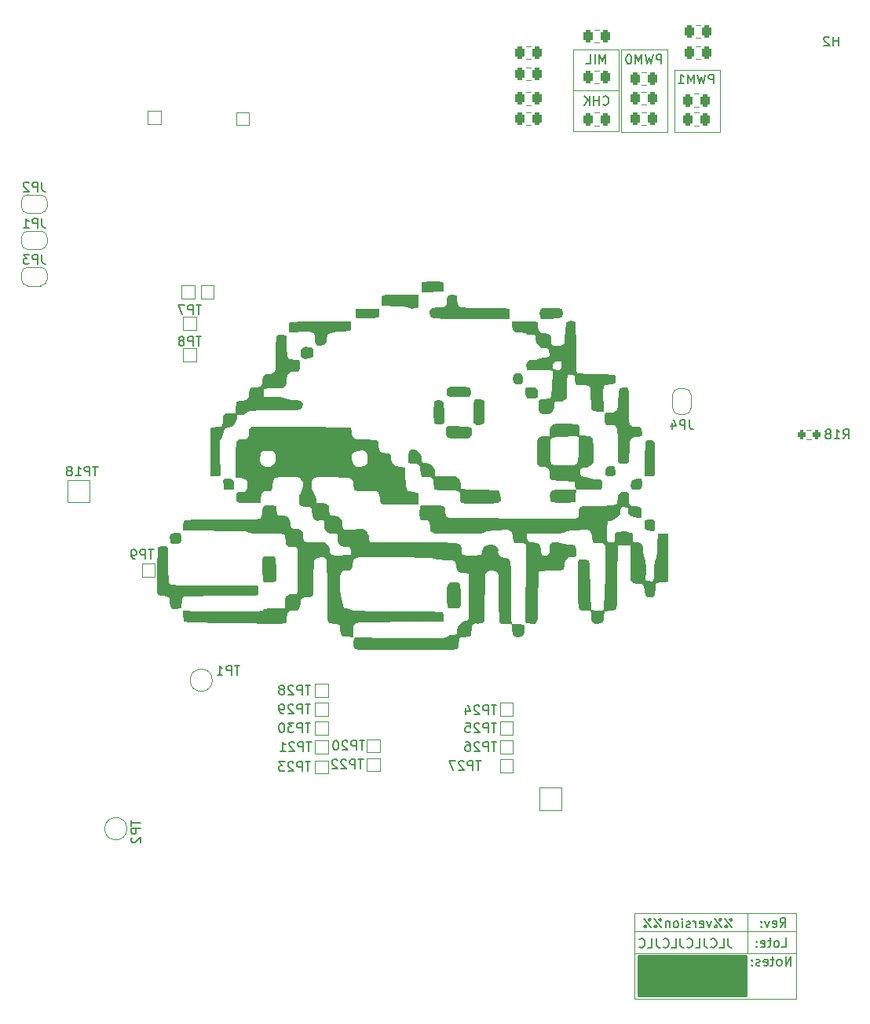
<source format=gbo>
%TF.GenerationSoftware,KiCad,Pcbnew,(6.0.7)*%
%TF.CreationDate,2022-10-12T02:09:26-03:00*%
%TF.ProjectId,uEFI_rev3,75454649-5f72-4657-9633-2e6b69636164,v3.0*%
%TF.SameCoordinates,Original*%
%TF.FileFunction,Legend,Bot*%
%TF.FilePolarity,Positive*%
%FSLAX46Y46*%
G04 Gerber Fmt 4.6, Leading zero omitted, Abs format (unit mm)*
G04 Created by KiCad (PCBNEW (6.0.7)) date 2022-10-12 02:09:26*
%MOMM*%
%LPD*%
G01*
G04 APERTURE LIST*
G04 Aperture macros list*
%AMRoundRect*
0 Rectangle with rounded corners*
0 $1 Rounding radius*
0 $2 $3 $4 $5 $6 $7 $8 $9 X,Y pos of 4 corners*
0 Add a 4 corners polygon primitive as box body*
4,1,4,$2,$3,$4,$5,$6,$7,$8,$9,$2,$3,0*
0 Add four circle primitives for the rounded corners*
1,1,$1+$1,$2,$3*
1,1,$1+$1,$4,$5*
1,1,$1+$1,$6,$7*
1,1,$1+$1,$8,$9*
0 Add four rect primitives between the rounded corners*
20,1,$1+$1,$2,$3,$4,$5,0*
20,1,$1+$1,$4,$5,$6,$7,0*
20,1,$1+$1,$6,$7,$8,$9,0*
20,1,$1+$1,$8,$9,$2,$3,0*%
%AMFreePoly0*
4,1,22,0.500000,-0.750000,0.000000,-0.750000,0.000000,-0.745033,-0.079941,-0.743568,-0.215256,-0.701293,-0.333266,-0.622738,-0.424486,-0.514219,-0.481581,-0.384460,-0.499164,-0.250000,-0.500000,-0.250000,-0.500000,0.250000,-0.499164,0.250000,-0.499963,0.256109,-0.478152,0.396186,-0.417904,0.524511,-0.324060,0.630769,-0.204165,0.706417,-0.067858,0.745374,0.000000,0.744959,0.000000,0.750000,
0.500000,0.750000,0.500000,-0.750000,0.500000,-0.750000,$1*%
%AMFreePoly1*
4,1,20,0.000000,0.744959,0.073905,0.744508,0.209726,0.703889,0.328688,0.626782,0.421226,0.519385,0.479903,0.390333,0.500000,0.250000,0.500000,-0.250000,0.499851,-0.262216,0.476331,-0.402017,0.414519,-0.529596,0.319384,-0.634700,0.198574,-0.708877,0.061801,-0.746166,0.000000,-0.745033,0.000000,-0.750000,-0.500000,-0.750000,-0.500000,0.750000,0.000000,0.750000,0.000000,0.744959,
0.000000,0.744959,$1*%
G04 Aperture macros list end*
%ADD10C,0.120000*%
%ADD11C,0.150000*%
%ADD12R,1.700000X1.700000*%
%ADD13C,1.700000*%
%ADD14C,3.500000*%
%ADD15C,0.700000*%
%ADD16C,4.400000*%
%ADD17R,1.000000X1.000000*%
%ADD18R,2.000000X1.905000*%
%ADD19O,2.000000X1.905000*%
%ADD20O,1.700000X1.700000*%
%ADD21R,1.650000X1.650000*%
%ADD22C,1.650000*%
%ADD23C,2.374900*%
%ADD24C,0.990600*%
%ADD25O,1.000000X1.000000*%
%ADD26C,1.800000*%
%ADD27C,4.125000*%
%ADD28C,2.000000*%
%ADD29RoundRect,0.243750X0.243750X0.456250X-0.243750X0.456250X-0.243750X-0.456250X0.243750X-0.456250X0*%
%ADD30R,2.000000X2.000000*%
%ADD31FreePoly0,180.000000*%
%ADD32FreePoly1,180.000000*%
%ADD33RoundRect,0.200000X0.200000X0.275000X-0.200000X0.275000X-0.200000X-0.275000X0.200000X-0.275000X0*%
%ADD34FreePoly0,90.000000*%
%ADD35FreePoly1,90.000000*%
G04 APERTURE END LIST*
D10*
X146990000Y-142502000D02*
X129490000Y-142502000D01*
X129490000Y-142502000D02*
X129490000Y-151752000D01*
X129490000Y-151752000D02*
X146990000Y-151752000D01*
X146990000Y-151752000D02*
X146990000Y-142502000D01*
X133807200Y-58318400D02*
X138734800Y-58318400D01*
X138734800Y-58318400D02*
X138734800Y-51663600D01*
X138734800Y-51663600D02*
X133807200Y-51663600D01*
X133807200Y-51663600D02*
X133807200Y-58318400D01*
X128117600Y-58318400D02*
X133045200Y-58318400D01*
X133045200Y-58318400D02*
X133045200Y-49479200D01*
X133045200Y-49479200D02*
X128117600Y-49479200D01*
X128117600Y-49479200D02*
X128117600Y-58318400D01*
X146990000Y-144477000D02*
X129490000Y-144477000D01*
X122885200Y-53848000D02*
X127812800Y-53848000D01*
X146940000Y-146827000D02*
X129540000Y-146827000D01*
X141750000Y-142500000D02*
X141750000Y-146800000D01*
X122885200Y-58267600D02*
X127812800Y-58267600D01*
X127812800Y-58267600D02*
X127812800Y-49428400D01*
X127812800Y-49428400D02*
X122885200Y-49428400D01*
X122885200Y-49428400D02*
X122885200Y-58267600D01*
D11*
X140051904Y-144054380D02*
X139290000Y-143054380D01*
X139909047Y-143054380D02*
X139813809Y-143102000D01*
X139766190Y-143197238D01*
X139813809Y-143292476D01*
X139909047Y-143340095D01*
X140004285Y-143292476D01*
X140051904Y-143197238D01*
X140004285Y-143102000D01*
X139909047Y-143054380D01*
X139337619Y-144006761D02*
X139290000Y-143911523D01*
X139337619Y-143816285D01*
X139432857Y-143768666D01*
X139528095Y-143816285D01*
X139575714Y-143911523D01*
X139528095Y-144006761D01*
X139432857Y-144054380D01*
X139337619Y-144006761D01*
X138909047Y-144054380D02*
X138147142Y-143054380D01*
X138766190Y-143054380D02*
X138670952Y-143102000D01*
X138623333Y-143197238D01*
X138670952Y-143292476D01*
X138766190Y-143340095D01*
X138861428Y-143292476D01*
X138909047Y-143197238D01*
X138861428Y-143102000D01*
X138766190Y-143054380D01*
X138194761Y-144006761D02*
X138147142Y-143911523D01*
X138194761Y-143816285D01*
X138290000Y-143768666D01*
X138385238Y-143816285D01*
X138432857Y-143911523D01*
X138385238Y-144006761D01*
X138290000Y-144054380D01*
X138194761Y-144006761D01*
X137813809Y-143387714D02*
X137575714Y-144054380D01*
X137337619Y-143387714D01*
X136575714Y-144006761D02*
X136670952Y-144054380D01*
X136861428Y-144054380D01*
X136956666Y-144006761D01*
X137004285Y-143911523D01*
X137004285Y-143530571D01*
X136956666Y-143435333D01*
X136861428Y-143387714D01*
X136670952Y-143387714D01*
X136575714Y-143435333D01*
X136528095Y-143530571D01*
X136528095Y-143625809D01*
X137004285Y-143721047D01*
X136099523Y-144054380D02*
X136099523Y-143387714D01*
X136099523Y-143578190D02*
X136051904Y-143482952D01*
X136004285Y-143435333D01*
X135909047Y-143387714D01*
X135813809Y-143387714D01*
X135528095Y-144006761D02*
X135432857Y-144054380D01*
X135242380Y-144054380D01*
X135147142Y-144006761D01*
X135099523Y-143911523D01*
X135099523Y-143863904D01*
X135147142Y-143768666D01*
X135242380Y-143721047D01*
X135385238Y-143721047D01*
X135480476Y-143673428D01*
X135528095Y-143578190D01*
X135528095Y-143530571D01*
X135480476Y-143435333D01*
X135385238Y-143387714D01*
X135242380Y-143387714D01*
X135147142Y-143435333D01*
X134670952Y-144054380D02*
X134670952Y-143387714D01*
X134670952Y-143054380D02*
X134718571Y-143102000D01*
X134670952Y-143149619D01*
X134623333Y-143102000D01*
X134670952Y-143054380D01*
X134670952Y-143149619D01*
X134051904Y-144054380D02*
X134147142Y-144006761D01*
X134194761Y-143959142D01*
X134242380Y-143863904D01*
X134242380Y-143578190D01*
X134194761Y-143482952D01*
X134147142Y-143435333D01*
X134051904Y-143387714D01*
X133909047Y-143387714D01*
X133813809Y-143435333D01*
X133766190Y-143482952D01*
X133718571Y-143578190D01*
X133718571Y-143863904D01*
X133766190Y-143959142D01*
X133813809Y-144006761D01*
X133909047Y-144054380D01*
X134051904Y-144054380D01*
X133290000Y-143387714D02*
X133290000Y-144054380D01*
X133290000Y-143482952D02*
X133242380Y-143435333D01*
X133147142Y-143387714D01*
X133004285Y-143387714D01*
X132909047Y-143435333D01*
X132861428Y-143530571D01*
X132861428Y-144054380D01*
X132432857Y-144054380D02*
X131670952Y-143054380D01*
X132290000Y-143054380D02*
X132194761Y-143102000D01*
X132147142Y-143197238D01*
X132194761Y-143292476D01*
X132290000Y-143340095D01*
X132385238Y-143292476D01*
X132432857Y-143197238D01*
X132385238Y-143102000D01*
X132290000Y-143054380D01*
X131718571Y-144006761D02*
X131670952Y-143911523D01*
X131718571Y-143816285D01*
X131813809Y-143768666D01*
X131909047Y-143816285D01*
X131956666Y-143911523D01*
X131909047Y-144006761D01*
X131813809Y-144054380D01*
X131718571Y-144006761D01*
X131290000Y-144054380D02*
X130528095Y-143054380D01*
X131147142Y-143054380D02*
X131051904Y-143102000D01*
X131004285Y-143197238D01*
X131051904Y-143292476D01*
X131147142Y-143340095D01*
X131242380Y-143292476D01*
X131290000Y-143197238D01*
X131242380Y-143102000D01*
X131147142Y-143054380D01*
X130575714Y-144006761D02*
X130528095Y-143911523D01*
X130575714Y-143816285D01*
X130670952Y-143768666D01*
X130766190Y-143816285D01*
X130813809Y-143911523D01*
X130766190Y-144006761D01*
X130670952Y-144054380D01*
X130575714Y-144006761D01*
X138075752Y-53131980D02*
X138075752Y-52131980D01*
X137694800Y-52131980D01*
X137599561Y-52179600D01*
X137551942Y-52227219D01*
X137504323Y-52322457D01*
X137504323Y-52465314D01*
X137551942Y-52560552D01*
X137599561Y-52608171D01*
X137694800Y-52655790D01*
X138075752Y-52655790D01*
X137170990Y-52131980D02*
X136932895Y-53131980D01*
X136742419Y-52417695D01*
X136551942Y-53131980D01*
X136313847Y-52131980D01*
X135932895Y-53131980D02*
X135932895Y-52131980D01*
X135599561Y-52846266D01*
X135266228Y-52131980D01*
X135266228Y-53131980D01*
X134266228Y-53131980D02*
X134837657Y-53131980D01*
X134551942Y-53131980D02*
X134551942Y-52131980D01*
X134647180Y-52274838D01*
X134742419Y-52370076D01*
X134837657Y-52417695D01*
X139609047Y-145229380D02*
X139609047Y-145943666D01*
X139656666Y-146086523D01*
X139751904Y-146181761D01*
X139894761Y-146229380D01*
X139990000Y-146229380D01*
X138656666Y-146229380D02*
X139132857Y-146229380D01*
X139132857Y-145229380D01*
X137751904Y-146134142D02*
X137799523Y-146181761D01*
X137942380Y-146229380D01*
X138037619Y-146229380D01*
X138180476Y-146181761D01*
X138275714Y-146086523D01*
X138323333Y-145991285D01*
X138370952Y-145800809D01*
X138370952Y-145657952D01*
X138323333Y-145467476D01*
X138275714Y-145372238D01*
X138180476Y-145277000D01*
X138037619Y-145229380D01*
X137942380Y-145229380D01*
X137799523Y-145277000D01*
X137751904Y-145324619D01*
X137037619Y-145229380D02*
X137037619Y-145943666D01*
X137085238Y-146086523D01*
X137180476Y-146181761D01*
X137323333Y-146229380D01*
X137418571Y-146229380D01*
X136085238Y-146229380D02*
X136561428Y-146229380D01*
X136561428Y-145229380D01*
X135180476Y-146134142D02*
X135228095Y-146181761D01*
X135370952Y-146229380D01*
X135466190Y-146229380D01*
X135609047Y-146181761D01*
X135704285Y-146086523D01*
X135751904Y-145991285D01*
X135799523Y-145800809D01*
X135799523Y-145657952D01*
X135751904Y-145467476D01*
X135704285Y-145372238D01*
X135609047Y-145277000D01*
X135466190Y-145229380D01*
X135370952Y-145229380D01*
X135228095Y-145277000D01*
X135180476Y-145324619D01*
X134466190Y-145229380D02*
X134466190Y-145943666D01*
X134513809Y-146086523D01*
X134609047Y-146181761D01*
X134751904Y-146229380D01*
X134847142Y-146229380D01*
X133513809Y-146229380D02*
X133990000Y-146229380D01*
X133990000Y-145229380D01*
X132609047Y-146134142D02*
X132656666Y-146181761D01*
X132799523Y-146229380D01*
X132894761Y-146229380D01*
X133037619Y-146181761D01*
X133132857Y-146086523D01*
X133180476Y-145991285D01*
X133228095Y-145800809D01*
X133228095Y-145657952D01*
X133180476Y-145467476D01*
X133132857Y-145372238D01*
X133037619Y-145277000D01*
X132894761Y-145229380D01*
X132799523Y-145229380D01*
X132656666Y-145277000D01*
X132609047Y-145324619D01*
X131894761Y-145229380D02*
X131894761Y-145943666D01*
X131942380Y-146086523D01*
X132037619Y-146181761D01*
X132180476Y-146229380D01*
X132275714Y-146229380D01*
X130942380Y-146229380D02*
X131418571Y-146229380D01*
X131418571Y-145229380D01*
X130037619Y-146134142D02*
X130085238Y-146181761D01*
X130228095Y-146229380D01*
X130323333Y-146229380D01*
X130466190Y-146181761D01*
X130561428Y-146086523D01*
X130609047Y-145991285D01*
X130656666Y-145800809D01*
X130656666Y-145657952D01*
X130609047Y-145467476D01*
X130561428Y-145372238D01*
X130466190Y-145277000D01*
X130323333Y-145229380D01*
X130228095Y-145229380D01*
X130085238Y-145277000D01*
X130037619Y-145324619D01*
X145370238Y-146152380D02*
X145846428Y-146152380D01*
X145846428Y-145152380D01*
X144894047Y-146152380D02*
X144989285Y-146104761D01*
X145036904Y-146057142D01*
X145084523Y-145961904D01*
X145084523Y-145676190D01*
X145036904Y-145580952D01*
X144989285Y-145533333D01*
X144894047Y-145485714D01*
X144751190Y-145485714D01*
X144655952Y-145533333D01*
X144608333Y-145580952D01*
X144560714Y-145676190D01*
X144560714Y-145961904D01*
X144608333Y-146057142D01*
X144655952Y-146104761D01*
X144751190Y-146152380D01*
X144894047Y-146152380D01*
X144275000Y-145485714D02*
X143894047Y-145485714D01*
X144132142Y-145152380D02*
X144132142Y-146009523D01*
X144084523Y-146104761D01*
X143989285Y-146152380D01*
X143894047Y-146152380D01*
X143179761Y-146104761D02*
X143275000Y-146152380D01*
X143465476Y-146152380D01*
X143560714Y-146104761D01*
X143608333Y-146009523D01*
X143608333Y-145628571D01*
X143560714Y-145533333D01*
X143465476Y-145485714D01*
X143275000Y-145485714D01*
X143179761Y-145533333D01*
X143132142Y-145628571D01*
X143132142Y-145723809D01*
X143608333Y-145819047D01*
X142703571Y-146057142D02*
X142655952Y-146104761D01*
X142703571Y-146152380D01*
X142751190Y-146104761D01*
X142703571Y-146057142D01*
X142703571Y-146152380D01*
X142703571Y-145533333D02*
X142655952Y-145580952D01*
X142703571Y-145628571D01*
X142751190Y-145580952D01*
X142703571Y-145533333D01*
X142703571Y-145628571D01*
X146395238Y-148152380D02*
X146395238Y-147152380D01*
X145823809Y-148152380D01*
X145823809Y-147152380D01*
X145204761Y-148152380D02*
X145300000Y-148104761D01*
X145347619Y-148057142D01*
X145395238Y-147961904D01*
X145395238Y-147676190D01*
X145347619Y-147580952D01*
X145300000Y-147533333D01*
X145204761Y-147485714D01*
X145061904Y-147485714D01*
X144966666Y-147533333D01*
X144919047Y-147580952D01*
X144871428Y-147676190D01*
X144871428Y-147961904D01*
X144919047Y-148057142D01*
X144966666Y-148104761D01*
X145061904Y-148152380D01*
X145204761Y-148152380D01*
X144585714Y-147485714D02*
X144204761Y-147485714D01*
X144442857Y-147152380D02*
X144442857Y-148009523D01*
X144395238Y-148104761D01*
X144300000Y-148152380D01*
X144204761Y-148152380D01*
X143490476Y-148104761D02*
X143585714Y-148152380D01*
X143776190Y-148152380D01*
X143871428Y-148104761D01*
X143919047Y-148009523D01*
X143919047Y-147628571D01*
X143871428Y-147533333D01*
X143776190Y-147485714D01*
X143585714Y-147485714D01*
X143490476Y-147533333D01*
X143442857Y-147628571D01*
X143442857Y-147723809D01*
X143919047Y-147819047D01*
X143061904Y-148104761D02*
X142966666Y-148152380D01*
X142776190Y-148152380D01*
X142680952Y-148104761D01*
X142633333Y-148009523D01*
X142633333Y-147961904D01*
X142680952Y-147866666D01*
X142776190Y-147819047D01*
X142919047Y-147819047D01*
X143014285Y-147771428D01*
X143061904Y-147676190D01*
X143061904Y-147628571D01*
X143014285Y-147533333D01*
X142919047Y-147485714D01*
X142776190Y-147485714D01*
X142680952Y-147533333D01*
X142204761Y-148057142D02*
X142157142Y-148104761D01*
X142204761Y-148152380D01*
X142252380Y-148104761D01*
X142204761Y-148057142D01*
X142204761Y-148152380D01*
X142204761Y-147533333D02*
X142157142Y-147580952D01*
X142204761Y-147628571D01*
X142252380Y-147580952D01*
X142204761Y-147533333D01*
X142204761Y-147628571D01*
X126139485Y-55373542D02*
X126187104Y-55421161D01*
X126329961Y-55468780D01*
X126425200Y-55468780D01*
X126568057Y-55421161D01*
X126663295Y-55325923D01*
X126710914Y-55230685D01*
X126758533Y-55040209D01*
X126758533Y-54897352D01*
X126710914Y-54706876D01*
X126663295Y-54611638D01*
X126568057Y-54516400D01*
X126425200Y-54468780D01*
X126329961Y-54468780D01*
X126187104Y-54516400D01*
X126139485Y-54564019D01*
X125710914Y-55468780D02*
X125710914Y-54468780D01*
X125710914Y-54944971D02*
X125139485Y-54944971D01*
X125139485Y-55468780D02*
X125139485Y-54468780D01*
X124663295Y-55468780D02*
X124663295Y-54468780D01*
X124091866Y-55468780D02*
X124520438Y-54897352D01*
X124091866Y-54468780D02*
X124663295Y-55040209D01*
X145238095Y-144002380D02*
X145571428Y-143526190D01*
X145809523Y-144002380D02*
X145809523Y-143002380D01*
X145428571Y-143002380D01*
X145333333Y-143050000D01*
X145285714Y-143097619D01*
X145238095Y-143192857D01*
X145238095Y-143335714D01*
X145285714Y-143430952D01*
X145333333Y-143478571D01*
X145428571Y-143526190D01*
X145809523Y-143526190D01*
X144428571Y-143954761D02*
X144523809Y-144002380D01*
X144714285Y-144002380D01*
X144809523Y-143954761D01*
X144857142Y-143859523D01*
X144857142Y-143478571D01*
X144809523Y-143383333D01*
X144714285Y-143335714D01*
X144523809Y-143335714D01*
X144428571Y-143383333D01*
X144380952Y-143478571D01*
X144380952Y-143573809D01*
X144857142Y-143669047D01*
X144047619Y-143335714D02*
X143809523Y-144002380D01*
X143571428Y-143335714D01*
X143190476Y-143907142D02*
X143142857Y-143954761D01*
X143190476Y-144002380D01*
X143238095Y-143954761D01*
X143190476Y-143907142D01*
X143190476Y-144002380D01*
X143190476Y-143383333D02*
X143142857Y-143430952D01*
X143190476Y-143478571D01*
X143238095Y-143430952D01*
X143190476Y-143383333D01*
X143190476Y-143478571D01*
X132436952Y-50998380D02*
X132436952Y-49998380D01*
X132056000Y-49998380D01*
X131960761Y-50046000D01*
X131913142Y-50093619D01*
X131865523Y-50188857D01*
X131865523Y-50331714D01*
X131913142Y-50426952D01*
X131960761Y-50474571D01*
X132056000Y-50522190D01*
X132436952Y-50522190D01*
X131532190Y-49998380D02*
X131294095Y-50998380D01*
X131103619Y-50284095D01*
X130913142Y-50998380D01*
X130675047Y-49998380D01*
X130294095Y-50998380D02*
X130294095Y-49998380D01*
X129960761Y-50712666D01*
X129627428Y-49998380D01*
X129627428Y-50998380D01*
X128960761Y-49998380D02*
X128865523Y-49998380D01*
X128770285Y-50046000D01*
X128722666Y-50093619D01*
X128675047Y-50188857D01*
X128627428Y-50379333D01*
X128627428Y-50617428D01*
X128675047Y-50807904D01*
X128722666Y-50903142D01*
X128770285Y-50950761D01*
X128865523Y-50998380D01*
X128960761Y-50998380D01*
X129056000Y-50950761D01*
X129103619Y-50903142D01*
X129151238Y-50807904D01*
X129198857Y-50617428D01*
X129198857Y-50379333D01*
X129151238Y-50188857D01*
X129103619Y-50093619D01*
X129056000Y-50046000D01*
X128960761Y-49998380D01*
X126401390Y-50998380D02*
X126401390Y-49998380D01*
X126068057Y-50712666D01*
X125734723Y-49998380D01*
X125734723Y-50998380D01*
X125258533Y-50998380D02*
X125258533Y-49998380D01*
X124306152Y-50998380D02*
X124782342Y-50998380D01*
X124782342Y-49998380D01*
%TO.C,TP2*%
X75244411Y-132491648D02*
X75244411Y-133063076D01*
X76244411Y-132777362D02*
X75244411Y-132777362D01*
X76244411Y-133396410D02*
X75244411Y-133396410D01*
X75244411Y-133777362D01*
X75292031Y-133872600D01*
X75339650Y-133920219D01*
X75434888Y-133967838D01*
X75577745Y-133967838D01*
X75672983Y-133920219D01*
X75720602Y-133872600D01*
X75768221Y-133777362D01*
X75768221Y-133396410D01*
X75339650Y-134348791D02*
X75292031Y-134396410D01*
X75244411Y-134491648D01*
X75244411Y-134729743D01*
X75292031Y-134824981D01*
X75339650Y-134872600D01*
X75434888Y-134920219D01*
X75530126Y-134920219D01*
X75672983Y-134872600D01*
X76244411Y-134301172D01*
X76244411Y-134920219D01*
%TO.C,H2*%
X151510904Y-49068380D02*
X151510904Y-48068380D01*
X151510904Y-48544571D02*
X150939476Y-48544571D01*
X150939476Y-49068380D02*
X150939476Y-48068380D01*
X150510904Y-48163619D02*
X150463285Y-48116000D01*
X150368047Y-48068380D01*
X150129952Y-48068380D01*
X150034714Y-48116000D01*
X149987095Y-48163619D01*
X149939476Y-48258857D01*
X149939476Y-48354095D01*
X149987095Y-48496952D01*
X150558523Y-49068380D01*
X149939476Y-49068380D01*
%TO.C,TP23*%
X94575095Y-126198380D02*
X94003666Y-126198380D01*
X94289380Y-127198380D02*
X94289380Y-126198380D01*
X93670333Y-127198380D02*
X93670333Y-126198380D01*
X93289380Y-126198380D01*
X93194142Y-126246000D01*
X93146523Y-126293619D01*
X93098904Y-126388857D01*
X93098904Y-126531714D01*
X93146523Y-126626952D01*
X93194142Y-126674571D01*
X93289380Y-126722190D01*
X93670333Y-126722190D01*
X92717952Y-126293619D02*
X92670333Y-126246000D01*
X92575095Y-126198380D01*
X92337000Y-126198380D01*
X92241761Y-126246000D01*
X92194142Y-126293619D01*
X92146523Y-126388857D01*
X92146523Y-126484095D01*
X92194142Y-126626952D01*
X92765571Y-127198380D01*
X92146523Y-127198380D01*
X91813190Y-126198380D02*
X91194142Y-126198380D01*
X91527476Y-126579333D01*
X91384619Y-126579333D01*
X91289380Y-126626952D01*
X91241761Y-126674571D01*
X91194142Y-126769809D01*
X91194142Y-127007904D01*
X91241761Y-127103142D01*
X91289380Y-127150761D01*
X91384619Y-127198380D01*
X91670333Y-127198380D01*
X91765571Y-127150761D01*
X91813190Y-127103142D01*
%TO.C,TP29*%
X94575095Y-119975380D02*
X94003666Y-119975380D01*
X94289380Y-120975380D02*
X94289380Y-119975380D01*
X93670333Y-120975380D02*
X93670333Y-119975380D01*
X93289380Y-119975380D01*
X93194142Y-120023000D01*
X93146523Y-120070619D01*
X93098904Y-120165857D01*
X93098904Y-120308714D01*
X93146523Y-120403952D01*
X93194142Y-120451571D01*
X93289380Y-120499190D01*
X93670333Y-120499190D01*
X92717952Y-120070619D02*
X92670333Y-120023000D01*
X92575095Y-119975380D01*
X92337000Y-119975380D01*
X92241761Y-120023000D01*
X92194142Y-120070619D01*
X92146523Y-120165857D01*
X92146523Y-120261095D01*
X92194142Y-120403952D01*
X92765571Y-120975380D01*
X92146523Y-120975380D01*
X91670333Y-120975380D02*
X91479857Y-120975380D01*
X91384619Y-120927761D01*
X91337000Y-120880142D01*
X91241761Y-120737285D01*
X91194142Y-120546809D01*
X91194142Y-120165857D01*
X91241761Y-120070619D01*
X91289380Y-120023000D01*
X91384619Y-119975380D01*
X91575095Y-119975380D01*
X91670333Y-120023000D01*
X91717952Y-120070619D01*
X91765571Y-120165857D01*
X91765571Y-120403952D01*
X91717952Y-120499190D01*
X91670333Y-120546809D01*
X91575095Y-120594428D01*
X91384619Y-120594428D01*
X91289380Y-120546809D01*
X91241761Y-120499190D01*
X91194142Y-120403952D01*
%TO.C,TP28*%
X94575095Y-117943380D02*
X94003666Y-117943380D01*
X94289380Y-118943380D02*
X94289380Y-117943380D01*
X93670333Y-118943380D02*
X93670333Y-117943380D01*
X93289380Y-117943380D01*
X93194142Y-117991000D01*
X93146523Y-118038619D01*
X93098904Y-118133857D01*
X93098904Y-118276714D01*
X93146523Y-118371952D01*
X93194142Y-118419571D01*
X93289380Y-118467190D01*
X93670333Y-118467190D01*
X92717952Y-118038619D02*
X92670333Y-117991000D01*
X92575095Y-117943380D01*
X92337000Y-117943380D01*
X92241761Y-117991000D01*
X92194142Y-118038619D01*
X92146523Y-118133857D01*
X92146523Y-118229095D01*
X92194142Y-118371952D01*
X92765571Y-118943380D01*
X92146523Y-118943380D01*
X91575095Y-118371952D02*
X91670333Y-118324333D01*
X91717952Y-118276714D01*
X91765571Y-118181476D01*
X91765571Y-118133857D01*
X91717952Y-118038619D01*
X91670333Y-117991000D01*
X91575095Y-117943380D01*
X91384619Y-117943380D01*
X91289380Y-117991000D01*
X91241761Y-118038619D01*
X91194142Y-118133857D01*
X91194142Y-118181476D01*
X91241761Y-118276714D01*
X91289380Y-118324333D01*
X91384619Y-118371952D01*
X91575095Y-118371952D01*
X91670333Y-118419571D01*
X91717952Y-118467190D01*
X91765571Y-118562428D01*
X91765571Y-118752904D01*
X91717952Y-118848142D01*
X91670333Y-118895761D01*
X91575095Y-118943380D01*
X91384619Y-118943380D01*
X91289380Y-118895761D01*
X91241761Y-118848142D01*
X91194142Y-118752904D01*
X91194142Y-118562428D01*
X91241761Y-118467190D01*
X91289380Y-118419571D01*
X91384619Y-118371952D01*
%TO.C,TP20*%
X100417095Y-123912380D02*
X99845666Y-123912380D01*
X100131380Y-124912380D02*
X100131380Y-123912380D01*
X99512333Y-124912380D02*
X99512333Y-123912380D01*
X99131380Y-123912380D01*
X99036142Y-123960000D01*
X98988523Y-124007619D01*
X98940904Y-124102857D01*
X98940904Y-124245714D01*
X98988523Y-124340952D01*
X99036142Y-124388571D01*
X99131380Y-124436190D01*
X99512333Y-124436190D01*
X98559952Y-124007619D02*
X98512333Y-123960000D01*
X98417095Y-123912380D01*
X98179000Y-123912380D01*
X98083761Y-123960000D01*
X98036142Y-124007619D01*
X97988523Y-124102857D01*
X97988523Y-124198095D01*
X98036142Y-124340952D01*
X98607571Y-124912380D01*
X97988523Y-124912380D01*
X97369476Y-123912380D02*
X97274238Y-123912380D01*
X97179000Y-123960000D01*
X97131380Y-124007619D01*
X97083761Y-124102857D01*
X97036142Y-124293333D01*
X97036142Y-124531428D01*
X97083761Y-124721904D01*
X97131380Y-124817142D01*
X97179000Y-124864761D01*
X97274238Y-124912380D01*
X97369476Y-124912380D01*
X97464714Y-124864761D01*
X97512333Y-124817142D01*
X97559952Y-124721904D01*
X97607571Y-124531428D01*
X97607571Y-124293333D01*
X97559952Y-124102857D01*
X97512333Y-124007619D01*
X97464714Y-123960000D01*
X97369476Y-123912380D01*
%TO.C,TP7*%
X82801904Y-76972780D02*
X82230476Y-76972780D01*
X82516190Y-77972780D02*
X82516190Y-76972780D01*
X81897142Y-77972780D02*
X81897142Y-76972780D01*
X81516190Y-76972780D01*
X81420952Y-77020400D01*
X81373333Y-77068019D01*
X81325714Y-77163257D01*
X81325714Y-77306114D01*
X81373333Y-77401352D01*
X81420952Y-77448971D01*
X81516190Y-77496590D01*
X81897142Y-77496590D01*
X80992380Y-76972780D02*
X80325714Y-76972780D01*
X80754285Y-77972780D01*
%TO.C,TP9*%
X77661904Y-103338380D02*
X77090476Y-103338380D01*
X77376190Y-104338380D02*
X77376190Y-103338380D01*
X76757142Y-104338380D02*
X76757142Y-103338380D01*
X76376190Y-103338380D01*
X76280952Y-103386000D01*
X76233333Y-103433619D01*
X76185714Y-103528857D01*
X76185714Y-103671714D01*
X76233333Y-103766952D01*
X76280952Y-103814571D01*
X76376190Y-103862190D01*
X76757142Y-103862190D01*
X75709523Y-104338380D02*
X75519047Y-104338380D01*
X75423809Y-104290761D01*
X75376190Y-104243142D01*
X75280952Y-104100285D01*
X75233333Y-103909809D01*
X75233333Y-103528857D01*
X75280952Y-103433619D01*
X75328571Y-103386000D01*
X75423809Y-103338380D01*
X75614285Y-103338380D01*
X75709523Y-103386000D01*
X75757142Y-103433619D01*
X75804761Y-103528857D01*
X75804761Y-103766952D01*
X75757142Y-103862190D01*
X75709523Y-103909809D01*
X75614285Y-103957428D01*
X75423809Y-103957428D01*
X75328571Y-103909809D01*
X75280952Y-103862190D01*
X75233333Y-103766952D01*
%TO.C,JP3*%
X65633333Y-71552380D02*
X65633333Y-72266666D01*
X65680952Y-72409523D01*
X65776190Y-72504761D01*
X65919047Y-72552380D01*
X66014285Y-72552380D01*
X65157142Y-72552380D02*
X65157142Y-71552380D01*
X64776190Y-71552380D01*
X64680952Y-71600000D01*
X64633333Y-71647619D01*
X64585714Y-71742857D01*
X64585714Y-71885714D01*
X64633333Y-71980952D01*
X64680952Y-72028571D01*
X64776190Y-72076190D01*
X65157142Y-72076190D01*
X64252380Y-71552380D02*
X63633333Y-71552380D01*
X63966666Y-71933333D01*
X63823809Y-71933333D01*
X63728571Y-71980952D01*
X63680952Y-72028571D01*
X63633333Y-72123809D01*
X63633333Y-72361904D01*
X63680952Y-72457142D01*
X63728571Y-72504761D01*
X63823809Y-72552380D01*
X64109523Y-72552380D01*
X64204761Y-72504761D01*
X64252380Y-72457142D01*
%TO.C,JP2*%
X65633333Y-63752380D02*
X65633333Y-64466666D01*
X65680952Y-64609523D01*
X65776190Y-64704761D01*
X65919047Y-64752380D01*
X66014285Y-64752380D01*
X65157142Y-64752380D02*
X65157142Y-63752380D01*
X64776190Y-63752380D01*
X64680952Y-63800000D01*
X64633333Y-63847619D01*
X64585714Y-63942857D01*
X64585714Y-64085714D01*
X64633333Y-64180952D01*
X64680952Y-64228571D01*
X64776190Y-64276190D01*
X65157142Y-64276190D01*
X64204761Y-63847619D02*
X64157142Y-63800000D01*
X64061904Y-63752380D01*
X63823809Y-63752380D01*
X63728571Y-63800000D01*
X63680952Y-63847619D01*
X63633333Y-63942857D01*
X63633333Y-64038095D01*
X63680952Y-64180952D01*
X64252380Y-64752380D01*
X63633333Y-64752380D01*
%TO.C,R18*%
X152026857Y-91384380D02*
X152360190Y-90908190D01*
X152598285Y-91384380D02*
X152598285Y-90384380D01*
X152217333Y-90384380D01*
X152122095Y-90432000D01*
X152074476Y-90479619D01*
X152026857Y-90574857D01*
X152026857Y-90717714D01*
X152074476Y-90812952D01*
X152122095Y-90860571D01*
X152217333Y-90908190D01*
X152598285Y-90908190D01*
X151074476Y-91384380D02*
X151645904Y-91384380D01*
X151360190Y-91384380D02*
X151360190Y-90384380D01*
X151455428Y-90527238D01*
X151550666Y-90622476D01*
X151645904Y-90670095D01*
X150503047Y-90812952D02*
X150598285Y-90765333D01*
X150645904Y-90717714D01*
X150693523Y-90622476D01*
X150693523Y-90574857D01*
X150645904Y-90479619D01*
X150598285Y-90432000D01*
X150503047Y-90384380D01*
X150312571Y-90384380D01*
X150217333Y-90432000D01*
X150169714Y-90479619D01*
X150122095Y-90574857D01*
X150122095Y-90622476D01*
X150169714Y-90717714D01*
X150217333Y-90765333D01*
X150312571Y-90812952D01*
X150503047Y-90812952D01*
X150598285Y-90860571D01*
X150645904Y-90908190D01*
X150693523Y-91003428D01*
X150693523Y-91193904D01*
X150645904Y-91289142D01*
X150598285Y-91336761D01*
X150503047Y-91384380D01*
X150312571Y-91384380D01*
X150217333Y-91336761D01*
X150169714Y-91289142D01*
X150122095Y-91193904D01*
X150122095Y-91003428D01*
X150169714Y-90908190D01*
X150217333Y-90860571D01*
X150312571Y-90812952D01*
%TO.C,TP18*%
X71674995Y-94372280D02*
X71103566Y-94372280D01*
X71389280Y-95372280D02*
X71389280Y-94372280D01*
X70770233Y-95372280D02*
X70770233Y-94372280D01*
X70389280Y-94372280D01*
X70294042Y-94419900D01*
X70246423Y-94467519D01*
X70198804Y-94562757D01*
X70198804Y-94705614D01*
X70246423Y-94800852D01*
X70294042Y-94848471D01*
X70389280Y-94896090D01*
X70770233Y-94896090D01*
X69246423Y-95372280D02*
X69817852Y-95372280D01*
X69532138Y-95372280D02*
X69532138Y-94372280D01*
X69627376Y-94515138D01*
X69722614Y-94610376D01*
X69817852Y-94657995D01*
X68674995Y-94800852D02*
X68770233Y-94753233D01*
X68817852Y-94705614D01*
X68865471Y-94610376D01*
X68865471Y-94562757D01*
X68817852Y-94467519D01*
X68770233Y-94419900D01*
X68674995Y-94372280D01*
X68484519Y-94372280D01*
X68389280Y-94419900D01*
X68341661Y-94467519D01*
X68294042Y-94562757D01*
X68294042Y-94610376D01*
X68341661Y-94705614D01*
X68389280Y-94753233D01*
X68484519Y-94800852D01*
X68674995Y-94800852D01*
X68770233Y-94848471D01*
X68817852Y-94896090D01*
X68865471Y-94991328D01*
X68865471Y-95181804D01*
X68817852Y-95277042D01*
X68770233Y-95324661D01*
X68674995Y-95372280D01*
X68484519Y-95372280D01*
X68389280Y-95324661D01*
X68341661Y-95277042D01*
X68294042Y-95181804D01*
X68294042Y-94991328D01*
X68341661Y-94896090D01*
X68389280Y-94848471D01*
X68484519Y-94800852D01*
%TO.C,TP1*%
X86961904Y-115852380D02*
X86390476Y-115852380D01*
X86676190Y-116852380D02*
X86676190Y-115852380D01*
X86057142Y-116852380D02*
X86057142Y-115852380D01*
X85676190Y-115852380D01*
X85580952Y-115900000D01*
X85533333Y-115947619D01*
X85485714Y-116042857D01*
X85485714Y-116185714D01*
X85533333Y-116280952D01*
X85580952Y-116328571D01*
X85676190Y-116376190D01*
X86057142Y-116376190D01*
X84533333Y-116852380D02*
X85104761Y-116852380D01*
X84819047Y-116852380D02*
X84819047Y-115852380D01*
X84914285Y-115995238D01*
X85009523Y-116090476D01*
X85104761Y-116138095D01*
%TO.C,JP4*%
X135453333Y-89368380D02*
X135453333Y-90082666D01*
X135500952Y-90225523D01*
X135596190Y-90320761D01*
X135739047Y-90368380D01*
X135834285Y-90368380D01*
X134977142Y-90368380D02*
X134977142Y-89368380D01*
X134596190Y-89368380D01*
X134500952Y-89416000D01*
X134453333Y-89463619D01*
X134405714Y-89558857D01*
X134405714Y-89701714D01*
X134453333Y-89796952D01*
X134500952Y-89844571D01*
X134596190Y-89892190D01*
X134977142Y-89892190D01*
X133548571Y-89701714D02*
X133548571Y-90368380D01*
X133786666Y-89320761D02*
X134024761Y-90035047D01*
X133405714Y-90035047D01*
%TO.C,TP24*%
X114641095Y-120102380D02*
X114069666Y-120102380D01*
X114355380Y-121102380D02*
X114355380Y-120102380D01*
X113736333Y-121102380D02*
X113736333Y-120102380D01*
X113355380Y-120102380D01*
X113260142Y-120150000D01*
X113212523Y-120197619D01*
X113164904Y-120292857D01*
X113164904Y-120435714D01*
X113212523Y-120530952D01*
X113260142Y-120578571D01*
X113355380Y-120626190D01*
X113736333Y-120626190D01*
X112783952Y-120197619D02*
X112736333Y-120150000D01*
X112641095Y-120102380D01*
X112403000Y-120102380D01*
X112307761Y-120150000D01*
X112260142Y-120197619D01*
X112212523Y-120292857D01*
X112212523Y-120388095D01*
X112260142Y-120530952D01*
X112831571Y-121102380D01*
X112212523Y-121102380D01*
X111355380Y-120435714D02*
X111355380Y-121102380D01*
X111593476Y-120054761D02*
X111831571Y-120769047D01*
X111212523Y-120769047D01*
%TO.C,TP25*%
X114641095Y-122007380D02*
X114069666Y-122007380D01*
X114355380Y-123007380D02*
X114355380Y-122007380D01*
X113736333Y-123007380D02*
X113736333Y-122007380D01*
X113355380Y-122007380D01*
X113260142Y-122055000D01*
X113212523Y-122102619D01*
X113164904Y-122197857D01*
X113164904Y-122340714D01*
X113212523Y-122435952D01*
X113260142Y-122483571D01*
X113355380Y-122531190D01*
X113736333Y-122531190D01*
X112783952Y-122102619D02*
X112736333Y-122055000D01*
X112641095Y-122007380D01*
X112403000Y-122007380D01*
X112307761Y-122055000D01*
X112260142Y-122102619D01*
X112212523Y-122197857D01*
X112212523Y-122293095D01*
X112260142Y-122435952D01*
X112831571Y-123007380D01*
X112212523Y-123007380D01*
X111307761Y-122007380D02*
X111783952Y-122007380D01*
X111831571Y-122483571D01*
X111783952Y-122435952D01*
X111688714Y-122388333D01*
X111450619Y-122388333D01*
X111355380Y-122435952D01*
X111307761Y-122483571D01*
X111260142Y-122578809D01*
X111260142Y-122816904D01*
X111307761Y-122912142D01*
X111355380Y-122959761D01*
X111450619Y-123007380D01*
X111688714Y-123007380D01*
X111783952Y-122959761D01*
X111831571Y-122912142D01*
%TO.C,JP1*%
X65633333Y-67652380D02*
X65633333Y-68366666D01*
X65680952Y-68509523D01*
X65776190Y-68604761D01*
X65919047Y-68652380D01*
X66014285Y-68652380D01*
X65157142Y-68652380D02*
X65157142Y-67652380D01*
X64776190Y-67652380D01*
X64680952Y-67700000D01*
X64633333Y-67747619D01*
X64585714Y-67842857D01*
X64585714Y-67985714D01*
X64633333Y-68080952D01*
X64680952Y-68128571D01*
X64776190Y-68176190D01*
X65157142Y-68176190D01*
X63633333Y-68652380D02*
X64204761Y-68652380D01*
X63919047Y-68652380D02*
X63919047Y-67652380D01*
X64014285Y-67795238D01*
X64109523Y-67890476D01*
X64204761Y-67938095D01*
%TO.C,TP27*%
X112990095Y-126071380D02*
X112418666Y-126071380D01*
X112704380Y-127071380D02*
X112704380Y-126071380D01*
X112085333Y-127071380D02*
X112085333Y-126071380D01*
X111704380Y-126071380D01*
X111609142Y-126119000D01*
X111561523Y-126166619D01*
X111513904Y-126261857D01*
X111513904Y-126404714D01*
X111561523Y-126499952D01*
X111609142Y-126547571D01*
X111704380Y-126595190D01*
X112085333Y-126595190D01*
X111132952Y-126166619D02*
X111085333Y-126119000D01*
X110990095Y-126071380D01*
X110752000Y-126071380D01*
X110656761Y-126119000D01*
X110609142Y-126166619D01*
X110561523Y-126261857D01*
X110561523Y-126357095D01*
X110609142Y-126499952D01*
X111180571Y-127071380D01*
X110561523Y-127071380D01*
X110228190Y-126071380D02*
X109561523Y-126071380D01*
X109990095Y-127071380D01*
%TO.C,TP26*%
X114641095Y-124039380D02*
X114069666Y-124039380D01*
X114355380Y-125039380D02*
X114355380Y-124039380D01*
X113736333Y-125039380D02*
X113736333Y-124039380D01*
X113355380Y-124039380D01*
X113260142Y-124087000D01*
X113212523Y-124134619D01*
X113164904Y-124229857D01*
X113164904Y-124372714D01*
X113212523Y-124467952D01*
X113260142Y-124515571D01*
X113355380Y-124563190D01*
X113736333Y-124563190D01*
X112783952Y-124134619D02*
X112736333Y-124087000D01*
X112641095Y-124039380D01*
X112403000Y-124039380D01*
X112307761Y-124087000D01*
X112260142Y-124134619D01*
X112212523Y-124229857D01*
X112212523Y-124325095D01*
X112260142Y-124467952D01*
X112831571Y-125039380D01*
X112212523Y-125039380D01*
X111355380Y-124039380D02*
X111545857Y-124039380D01*
X111641095Y-124087000D01*
X111688714Y-124134619D01*
X111783952Y-124277476D01*
X111831571Y-124467952D01*
X111831571Y-124848904D01*
X111783952Y-124944142D01*
X111736333Y-124991761D01*
X111641095Y-125039380D01*
X111450619Y-125039380D01*
X111355380Y-124991761D01*
X111307761Y-124944142D01*
X111260142Y-124848904D01*
X111260142Y-124610809D01*
X111307761Y-124515571D01*
X111355380Y-124467952D01*
X111450619Y-124420333D01*
X111641095Y-124420333D01*
X111736333Y-124467952D01*
X111783952Y-124515571D01*
X111831571Y-124610809D01*
%TO.C,TP22*%
X100290095Y-125944380D02*
X99718666Y-125944380D01*
X100004380Y-126944380D02*
X100004380Y-125944380D01*
X99385333Y-126944380D02*
X99385333Y-125944380D01*
X99004380Y-125944380D01*
X98909142Y-125992000D01*
X98861523Y-126039619D01*
X98813904Y-126134857D01*
X98813904Y-126277714D01*
X98861523Y-126372952D01*
X98909142Y-126420571D01*
X99004380Y-126468190D01*
X99385333Y-126468190D01*
X98432952Y-126039619D02*
X98385333Y-125992000D01*
X98290095Y-125944380D01*
X98052000Y-125944380D01*
X97956761Y-125992000D01*
X97909142Y-126039619D01*
X97861523Y-126134857D01*
X97861523Y-126230095D01*
X97909142Y-126372952D01*
X98480571Y-126944380D01*
X97861523Y-126944380D01*
X97480571Y-126039619D02*
X97432952Y-125992000D01*
X97337714Y-125944380D01*
X97099619Y-125944380D01*
X97004380Y-125992000D01*
X96956761Y-126039619D01*
X96909142Y-126134857D01*
X96909142Y-126230095D01*
X96956761Y-126372952D01*
X97528190Y-126944380D01*
X96909142Y-126944380D01*
%TO.C,TP21*%
X94702095Y-124039380D02*
X94130666Y-124039380D01*
X94416380Y-125039380D02*
X94416380Y-124039380D01*
X93797333Y-125039380D02*
X93797333Y-124039380D01*
X93416380Y-124039380D01*
X93321142Y-124087000D01*
X93273523Y-124134619D01*
X93225904Y-124229857D01*
X93225904Y-124372714D01*
X93273523Y-124467952D01*
X93321142Y-124515571D01*
X93416380Y-124563190D01*
X93797333Y-124563190D01*
X92844952Y-124134619D02*
X92797333Y-124087000D01*
X92702095Y-124039380D01*
X92464000Y-124039380D01*
X92368761Y-124087000D01*
X92321142Y-124134619D01*
X92273523Y-124229857D01*
X92273523Y-124325095D01*
X92321142Y-124467952D01*
X92892571Y-125039380D01*
X92273523Y-125039380D01*
X91321142Y-125039380D02*
X91892571Y-125039380D01*
X91606857Y-125039380D02*
X91606857Y-124039380D01*
X91702095Y-124182238D01*
X91797333Y-124277476D01*
X91892571Y-124325095D01*
%TO.C,TP8*%
X82801904Y-80372780D02*
X82230476Y-80372780D01*
X82516190Y-81372780D02*
X82516190Y-80372780D01*
X81897142Y-81372780D02*
X81897142Y-80372780D01*
X81516190Y-80372780D01*
X81420952Y-80420400D01*
X81373333Y-80468019D01*
X81325714Y-80563257D01*
X81325714Y-80706114D01*
X81373333Y-80801352D01*
X81420952Y-80848971D01*
X81516190Y-80896590D01*
X81897142Y-80896590D01*
X80754285Y-80801352D02*
X80849523Y-80753733D01*
X80897142Y-80706114D01*
X80944761Y-80610876D01*
X80944761Y-80563257D01*
X80897142Y-80468019D01*
X80849523Y-80420400D01*
X80754285Y-80372780D01*
X80563809Y-80372780D01*
X80468571Y-80420400D01*
X80420952Y-80468019D01*
X80373333Y-80563257D01*
X80373333Y-80610876D01*
X80420952Y-80706114D01*
X80468571Y-80753733D01*
X80563809Y-80801352D01*
X80754285Y-80801352D01*
X80849523Y-80848971D01*
X80897142Y-80896590D01*
X80944761Y-80991828D01*
X80944761Y-81182304D01*
X80897142Y-81277542D01*
X80849523Y-81325161D01*
X80754285Y-81372780D01*
X80563809Y-81372780D01*
X80468571Y-81325161D01*
X80420952Y-81277542D01*
X80373333Y-81182304D01*
X80373333Y-80991828D01*
X80420952Y-80896590D01*
X80468571Y-80848971D01*
X80563809Y-80801352D01*
%TO.C,TP30*%
X94575095Y-122007380D02*
X94003666Y-122007380D01*
X94289380Y-123007380D02*
X94289380Y-122007380D01*
X93670333Y-123007380D02*
X93670333Y-122007380D01*
X93289380Y-122007380D01*
X93194142Y-122055000D01*
X93146523Y-122102619D01*
X93098904Y-122197857D01*
X93098904Y-122340714D01*
X93146523Y-122435952D01*
X93194142Y-122483571D01*
X93289380Y-122531190D01*
X93670333Y-122531190D01*
X92765571Y-122007380D02*
X92146523Y-122007380D01*
X92479857Y-122388333D01*
X92337000Y-122388333D01*
X92241761Y-122435952D01*
X92194142Y-122483571D01*
X92146523Y-122578809D01*
X92146523Y-122816904D01*
X92194142Y-122912142D01*
X92241761Y-122959761D01*
X92337000Y-123007380D01*
X92622714Y-123007380D01*
X92717952Y-122959761D01*
X92765571Y-122912142D01*
X91527476Y-122007380D02*
X91432238Y-122007380D01*
X91337000Y-122055000D01*
X91289380Y-122102619D01*
X91241761Y-122197857D01*
X91194142Y-122388333D01*
X91194142Y-122626428D01*
X91241761Y-122816904D01*
X91289380Y-122912142D01*
X91337000Y-122959761D01*
X91432238Y-123007380D01*
X91527476Y-123007380D01*
X91622714Y-122959761D01*
X91670333Y-122912142D01*
X91717952Y-122816904D01*
X91765571Y-122626428D01*
X91765571Y-122388333D01*
X91717952Y-122197857D01*
X91670333Y-122102619D01*
X91622714Y-122055000D01*
X91527476Y-122007380D01*
D10*
%TO.C,TP2*%
X74800000Y-133400000D02*
G75*
G03*
X74800000Y-133400000I-1200000J0D01*
G01*
%TO.C,F14*%
X125683778Y-57656800D02*
X125166622Y-57656800D01*
X125683778Y-56236800D02*
X125166622Y-56236800D01*
%TO.C,TP23*%
X96458000Y-127446000D02*
X96458000Y-126046000D01*
X96458000Y-126046000D02*
X95058000Y-126046000D01*
X95058000Y-126046000D02*
X95058000Y-127446000D01*
X95058000Y-127446000D02*
X96458000Y-127446000D01*
%TO.C,F12*%
X125734578Y-47296000D02*
X125217422Y-47296000D01*
X125734578Y-48716000D02*
X125217422Y-48716000D01*
%TO.C,F1*%
X118366278Y-54027000D02*
X117849122Y-54027000D01*
X118366278Y-55447000D02*
X117849122Y-55447000D01*
%TO.C,TP5*%
X82090000Y-76268400D02*
X82090000Y-74868400D01*
X80690000Y-74868400D02*
X80690000Y-76268400D01*
X80690000Y-76268400D02*
X82090000Y-76268400D01*
X82090000Y-74868400D02*
X80690000Y-74868400D01*
%TO.C,TP29*%
X95058000Y-121223000D02*
X96458000Y-121223000D01*
X95058000Y-119823000D02*
X95058000Y-121223000D01*
X96458000Y-119823000D02*
X95058000Y-119823000D01*
X96458000Y-121223000D02*
X96458000Y-119823000D01*
%TO.C,TP28*%
X95058000Y-119191000D02*
X96458000Y-119191000D01*
X95058000Y-117791000D02*
X95058000Y-119191000D01*
X96458000Y-117791000D02*
X95058000Y-117791000D01*
X96458000Y-119191000D02*
X96458000Y-117791000D01*
%TO.C,TP20*%
X100646000Y-123760000D02*
X100646000Y-125160000D01*
X102046000Y-125160000D02*
X102046000Y-123760000D01*
X100646000Y-125160000D02*
X102046000Y-125160000D01*
X102046000Y-123760000D02*
X100646000Y-123760000D01*
%TO.C,TP7*%
X82240000Y-78268400D02*
X80840000Y-78268400D01*
X82240000Y-79668400D02*
X82240000Y-78268400D01*
X80840000Y-79668400D02*
X82240000Y-79668400D01*
X80840000Y-78268400D02*
X80840000Y-79668400D01*
%TO.C,TP19*%
X121657400Y-131378800D02*
X121657400Y-128978800D01*
X119257400Y-131378800D02*
X121657400Y-131378800D01*
X121657400Y-128978800D02*
X119257400Y-128978800D01*
X119257400Y-128978800D02*
X119257400Y-131378800D01*
%TO.C,TP9*%
X77789000Y-104837000D02*
X76389000Y-104837000D01*
X76389000Y-104837000D02*
X76389000Y-106237000D01*
X77789000Y-106237000D02*
X77789000Y-104837000D01*
X76389000Y-106237000D02*
X77789000Y-106237000D01*
%TO.C,JP3*%
X66200000Y-74200000D02*
X66200000Y-73600000D01*
X63400000Y-73600000D02*
X63400000Y-74200000D01*
X64100000Y-74900000D02*
X65500000Y-74900000D01*
X65500000Y-72900000D02*
X64100000Y-72900000D01*
X66200000Y-73600000D02*
G75*
G03*
X65500000Y-72900000I-699999J1D01*
G01*
X64100000Y-72900000D02*
G75*
G03*
X63400000Y-73600000I0J-700000D01*
G01*
X63400000Y-74200000D02*
G75*
G03*
X64100000Y-74900000I700000J0D01*
G01*
X65500000Y-74900000D02*
G75*
G03*
X66200000Y-74200000I1J699999D01*
G01*
%TO.C,F7*%
X130763778Y-54001600D02*
X130246622Y-54001600D01*
X130763778Y-55421600D02*
X130246622Y-55421600D01*
%TO.C,JP2*%
X66200000Y-66400000D02*
X66200000Y-65800000D01*
X64100000Y-67100000D02*
X65500000Y-67100000D01*
X65500000Y-65100000D02*
X64100000Y-65100000D01*
X63400000Y-65800000D02*
X63400000Y-66400000D01*
X65500000Y-67100000D02*
G75*
G03*
X66200000Y-66400000I1J699999D01*
G01*
X64100000Y-65100000D02*
G75*
G03*
X63400000Y-65800000I0J-700000D01*
G01*
X66200000Y-65800000D02*
G75*
G03*
X65500000Y-65100000I-699999J1D01*
G01*
X63400000Y-66400000D02*
G75*
G03*
X64100000Y-67100000I700000J0D01*
G01*
%TO.C,R18*%
X148573258Y-91454500D02*
X148098742Y-91454500D01*
X148573258Y-90409500D02*
X148098742Y-90409500D01*
%TO.C,F3*%
X118368578Y-57606000D02*
X117851422Y-57606000D01*
X118368578Y-56186000D02*
X117851422Y-56186000D01*
%TO.C,F11*%
X136453378Y-57656800D02*
X135936222Y-57656800D01*
X136453378Y-56236800D02*
X135936222Y-56236800D01*
%TO.C,TP18*%
X70796000Y-95828000D02*
X68396000Y-95828000D01*
X68396000Y-98228000D02*
X70796000Y-98228000D01*
X70796000Y-98228000D02*
X70796000Y-95828000D01*
X68396000Y-95828000D02*
X68396000Y-98228000D01*
%TO.C,TP3*%
X86549000Y-56196000D02*
X86549000Y-57596000D01*
X87949000Y-56196000D02*
X86549000Y-56196000D01*
X87949000Y-57596000D02*
X87949000Y-56196000D01*
X86549000Y-57596000D02*
X87949000Y-57596000D01*
%TO.C,G\u002A\u002A\u002A*%
G36*
X110233256Y-106838400D02*
G01*
X110447834Y-106867473D01*
X110596277Y-106941492D01*
X110691797Y-107085336D01*
X110747609Y-107323880D01*
X110776924Y-107682003D01*
X110792957Y-108184582D01*
X110793871Y-108225418D01*
X110797199Y-108652156D01*
X110789588Y-109027550D01*
X110772441Y-109312316D01*
X110747161Y-109467167D01*
X110746344Y-109469330D01*
X110690997Y-109570416D01*
X110593337Y-109627018D01*
X110411078Y-109651536D01*
X110101929Y-109656370D01*
X109805805Y-109647135D01*
X109557971Y-109622963D01*
X109424775Y-109589279D01*
X109381829Y-109509828D01*
X109344965Y-109289994D01*
X109320864Y-108922676D01*
X109308478Y-108397116D01*
X109306152Y-108141978D01*
X109307658Y-107747700D01*
X109320412Y-107473580D01*
X109348157Y-107287005D01*
X109394638Y-107155363D01*
X109463599Y-107046040D01*
X109505603Y-106992422D01*
X109630264Y-106883286D01*
X109799350Y-106837145D01*
X110074739Y-106832366D01*
X110233256Y-106838400D01*
G37*
G36*
X106268667Y-76545944D02*
G01*
X106267409Y-76810289D01*
X106255621Y-77044710D01*
X106221173Y-77178476D01*
X106151950Y-77250891D01*
X106035834Y-77301260D01*
X105896485Y-77345100D01*
X105461358Y-77381158D01*
X105057963Y-77251617D01*
X105057064Y-77251127D01*
X104913098Y-77189519D01*
X104725025Y-77146758D01*
X104461563Y-77119614D01*
X104091432Y-77104854D01*
X103583351Y-77099246D01*
X103422149Y-77098176D01*
X103005502Y-77090550D01*
X102662409Y-77077276D01*
X102424797Y-77059860D01*
X102324589Y-77039811D01*
X102287247Y-76972182D01*
X102242717Y-76762901D01*
X102225159Y-76494798D01*
X102237508Y-76236691D01*
X102282699Y-76057397D01*
X102286631Y-76050105D01*
X102323904Y-75993634D01*
X102380418Y-75950885D01*
X102477616Y-75919949D01*
X102636939Y-75898918D01*
X102879828Y-75885882D01*
X103227726Y-75878935D01*
X103702074Y-75876165D01*
X104324313Y-75875667D01*
X106268667Y-75875667D01*
X106268667Y-76545944D01*
G37*
G36*
X90616449Y-104057866D02*
G01*
X90698558Y-104103979D01*
X90794141Y-104307455D01*
X90859769Y-104666483D01*
X90894772Y-105174342D01*
X90898483Y-105824310D01*
X90870232Y-106609667D01*
X90865522Y-106669185D01*
X90834448Y-106755390D01*
X90744171Y-106804700D01*
X90558002Y-106830976D01*
X90239253Y-106848082D01*
X90136868Y-106851935D01*
X89816952Y-106850320D01*
X89621218Y-106817620D01*
X89514981Y-106749094D01*
X89506336Y-106734660D01*
X89469888Y-106576148D01*
X89440212Y-106296055D01*
X89418234Y-105933597D01*
X89404879Y-105527986D01*
X89401074Y-105118439D01*
X89407742Y-104744169D01*
X89425809Y-104444391D01*
X89456202Y-104258319D01*
X89509596Y-104154331D01*
X89630110Y-104070640D01*
X89836837Y-104029761D01*
X90156657Y-104027051D01*
X90616449Y-104057866D01*
G37*
G36*
X110001049Y-90027279D02*
G01*
X110525767Y-90048780D01*
X110783986Y-90062356D01*
X111252411Y-90089495D01*
X111585252Y-90118798D01*
X111805659Y-90158620D01*
X111936786Y-90217318D01*
X112001784Y-90303247D01*
X112023805Y-90424763D01*
X112026000Y-90590222D01*
X112025166Y-90650460D01*
X111977324Y-90954379D01*
X111841909Y-91173710D01*
X111775566Y-91238651D01*
X111681113Y-91299368D01*
X111547549Y-91337746D01*
X111342322Y-91358868D01*
X111032879Y-91367814D01*
X110586667Y-91369667D01*
X110252823Y-91368793D01*
X109906889Y-91362205D01*
X109674819Y-91344888D01*
X109524233Y-91311903D01*
X109422751Y-91258309D01*
X109337991Y-91179167D01*
X109266838Y-91071856D01*
X109187046Y-90815593D01*
X109162496Y-90522977D01*
X109195996Y-90258429D01*
X109290355Y-90086370D01*
X109395895Y-90047837D01*
X109629421Y-90026813D01*
X110001049Y-90027279D01*
G37*
G36*
X117116017Y-84345984D02*
G01*
X117327262Y-84392417D01*
X117441688Y-84506100D01*
X117445818Y-84514055D01*
X117508860Y-84735607D01*
X117526132Y-85009521D01*
X117498725Y-85263705D01*
X117427734Y-85426067D01*
X117401076Y-85445982D01*
X117223551Y-85504236D01*
X116979000Y-85527667D01*
X116766552Y-85514641D01*
X116559883Y-85433173D01*
X116456732Y-85250166D01*
X116428667Y-84935000D01*
X116441722Y-84698446D01*
X116519487Y-84479921D01*
X116693384Y-84371559D01*
X116992955Y-84342333D01*
X117116017Y-84345984D01*
G37*
G36*
X123279080Y-83967730D02*
G01*
X123296826Y-84215264D01*
X123314722Y-84314220D01*
X123352883Y-84326141D01*
X123539155Y-84347246D01*
X123856066Y-84367394D01*
X124278907Y-84385415D01*
X124782966Y-84400136D01*
X125343532Y-84410386D01*
X126020168Y-84423139D01*
X126579903Y-84441844D01*
X127006268Y-84465769D01*
X127287286Y-84494241D01*
X127410978Y-84526586D01*
X127453353Y-84586027D01*
X127505086Y-84787848D01*
X127515971Y-85042772D01*
X127485751Y-85278386D01*
X127414167Y-85422276D01*
X127324501Y-85461235D01*
X127100419Y-85510998D01*
X126813708Y-85546088D01*
X126634696Y-85566157D01*
X126375391Y-85625673D01*
X126244678Y-85704612D01*
X126174587Y-85872506D01*
X126116752Y-86219657D01*
X126112448Y-86647879D01*
X126164410Y-87109312D01*
X126206945Y-87411104D01*
X126236542Y-87777970D01*
X126236645Y-88067667D01*
X126207667Y-88448667D01*
X125617501Y-88448667D01*
X125553184Y-88448573D01*
X125263142Y-88441205D01*
X125090500Y-88412450D01*
X124990967Y-88348864D01*
X124920249Y-88237000D01*
X124899353Y-88183169D01*
X124851918Y-87921459D01*
X124822442Y-87507118D01*
X124811915Y-86951881D01*
X124809592Y-86538293D01*
X124792957Y-86152982D01*
X124746013Y-85892826D01*
X124652631Y-85733254D01*
X124496680Y-85649695D01*
X124262030Y-85617579D01*
X123932553Y-85612333D01*
X123629215Y-85601747D01*
X123359847Y-85566069D01*
X123218934Y-85510733D01*
X123199929Y-85485708D01*
X123140593Y-85309573D01*
X123116037Y-85066233D01*
X123114622Y-85002677D01*
X123089192Y-84763357D01*
X123042308Y-84609033D01*
X123023275Y-84589166D01*
X122871672Y-84529353D01*
X122649681Y-84495457D01*
X122434386Y-84495100D01*
X122302871Y-84535907D01*
X122296142Y-84558091D01*
X122280521Y-84716808D01*
X122265863Y-85000522D01*
X122253564Y-85378318D01*
X122245016Y-85819281D01*
X122241455Y-86072851D01*
X122233043Y-86483936D01*
X122219288Y-86768712D01*
X122195481Y-86956144D01*
X122156914Y-87075197D01*
X122098879Y-87154836D01*
X122016667Y-87224025D01*
X122015631Y-87224819D01*
X121747952Y-87347922D01*
X121360500Y-87388451D01*
X121246954Y-87390980D01*
X120996697Y-87424523D01*
X120907578Y-87496167D01*
X120888975Y-87716063D01*
X120851346Y-88045999D01*
X120804358Y-88266727D01*
X120737842Y-88418178D01*
X120641625Y-88540281D01*
X120627476Y-88554953D01*
X120475653Y-88671507D01*
X120279248Y-88728089D01*
X119976623Y-88743537D01*
X119713340Y-88731791D01*
X119447245Y-88659701D01*
X119284336Y-88499456D01*
X119202678Y-88225389D01*
X119180334Y-87811833D01*
X119180334Y-87811248D01*
X119187568Y-87513786D01*
X119206487Y-87287898D01*
X119233001Y-87182444D01*
X119331601Y-87153433D01*
X119552907Y-87125317D01*
X119846116Y-87105551D01*
X120128407Y-87085457D01*
X120358732Y-87053372D01*
X120470782Y-87017156D01*
X120486498Y-86974210D01*
X120517674Y-86787186D01*
X120552501Y-86486310D01*
X120588429Y-86106304D01*
X120622908Y-85681892D01*
X120653388Y-85247798D01*
X120677320Y-84838744D01*
X120692154Y-84489454D01*
X120695340Y-84234652D01*
X120684328Y-84109062D01*
X120628712Y-84064403D01*
X120487820Y-84033549D01*
X120240684Y-84014934D01*
X119866329Y-84006979D01*
X119343781Y-84008103D01*
X119104152Y-84009195D01*
X118674234Y-84006061D01*
X118318649Y-83996827D01*
X118069055Y-83982497D01*
X117957108Y-83964078D01*
X117927488Y-83922040D01*
X117884783Y-83745911D01*
X117870346Y-83528908D01*
X120712361Y-83528908D01*
X120726430Y-83754013D01*
X120780728Y-83896616D01*
X120795224Y-83907100D01*
X120944299Y-83947567D01*
X121172695Y-83970445D01*
X121406591Y-83971195D01*
X121572167Y-83945279D01*
X121598611Y-83925383D01*
X121656808Y-83767377D01*
X121678000Y-83488611D01*
X121678000Y-83072333D01*
X121257646Y-83072333D01*
X121053893Y-83079801D01*
X120862099Y-83124513D01*
X120768211Y-83220500D01*
X120740042Y-83303650D01*
X120712361Y-83528908D01*
X117870346Y-83528908D01*
X117868000Y-83493649D01*
X117888833Y-83230214D01*
X117985230Y-83028755D01*
X118185829Y-82932403D01*
X118518490Y-82916437D01*
X118631801Y-82912239D01*
X118940242Y-82854797D01*
X119246951Y-82750374D01*
X119399531Y-82689704D01*
X119631389Y-82624409D01*
X119775736Y-82619432D01*
X119787607Y-82623780D01*
X120026073Y-82638189D01*
X120232842Y-82538805D01*
X120343502Y-82355564D01*
X120357873Y-82207377D01*
X120334922Y-82096144D01*
X120305516Y-82030900D01*
X120283544Y-81861321D01*
X120280915Y-81816432D01*
X120237498Y-81721793D01*
X120108285Y-81668004D01*
X119851523Y-81633000D01*
X119560732Y-81584285D01*
X119354784Y-81481389D01*
X119153023Y-81283156D01*
X118963357Y-81010282D01*
X118884000Y-80718581D01*
X118876258Y-80517728D01*
X118818349Y-80313822D01*
X118676694Y-80217738D01*
X118419615Y-80193667D01*
X118375952Y-80192753D01*
X118041533Y-80147506D01*
X117730174Y-80055096D01*
X117678043Y-80034904D01*
X117354493Y-79955041D01*
X117029308Y-79929279D01*
X116714003Y-79907976D01*
X116494615Y-79795608D01*
X116378196Y-79569198D01*
X116344000Y-79206878D01*
X116344000Y-78754333D01*
X117169500Y-78740646D01*
X117668425Y-78732096D01*
X118177175Y-78725895D01*
X118552521Y-78730848D01*
X118814707Y-78753124D01*
X118983975Y-78798895D01*
X119080566Y-78874330D01*
X119124723Y-78985601D01*
X119136688Y-79138879D01*
X119136704Y-79340333D01*
X119163706Y-79632800D01*
X119277152Y-79864903D01*
X119500786Y-79988122D01*
X119857667Y-80024333D01*
X119895482Y-80024557D01*
X120230144Y-80061537D01*
X120435708Y-80180077D01*
X120536923Y-80406390D01*
X120558539Y-80766692D01*
X120558929Y-80933762D01*
X120575370Y-81155677D01*
X120606457Y-81267012D01*
X120660123Y-81293102D01*
X120847012Y-81341786D01*
X121107726Y-81387082D01*
X121383968Y-81413232D01*
X121591209Y-81388633D01*
X121762667Y-81299712D01*
X121770550Y-81294112D01*
X121853368Y-81224699D01*
X121913454Y-81134548D01*
X121957434Y-80994005D01*
X121991934Y-80773413D01*
X122023581Y-80443119D01*
X122059000Y-79973466D01*
X122143667Y-78796667D01*
X122459250Y-78718703D01*
X122681388Y-78684181D01*
X122985030Y-78736511D01*
X123195227Y-78832283D01*
X123219780Y-81538028D01*
X123223775Y-81906860D01*
X123233830Y-82541181D01*
X123246872Y-83109935D01*
X123258897Y-83488611D01*
X123262192Y-83592369D01*
X123279080Y-83967730D01*
G37*
G36*
X80441225Y-101564240D02*
G01*
X80597734Y-101631267D01*
X80611188Y-101646491D01*
X80682266Y-101836938D01*
X80695255Y-102101896D01*
X80653217Y-102367570D01*
X80559212Y-102560166D01*
X80498816Y-102613675D01*
X80297940Y-102691579D01*
X79976420Y-102715000D01*
X79851962Y-102713803D01*
X79641704Y-102694534D01*
X79534304Y-102637486D01*
X79482698Y-102524500D01*
X79446609Y-102356785D01*
X79427118Y-102028873D01*
X79477831Y-101766915D01*
X79593101Y-101617312D01*
X79662351Y-101588417D01*
X79905185Y-101541866D01*
X80187592Y-101534123D01*
X80441225Y-101564240D01*
G37*
G36*
X120919148Y-77318179D02*
G01*
X121349294Y-77334952D01*
X121617699Y-77366436D01*
X121728561Y-77412978D01*
X121756780Y-77520030D01*
X121772654Y-77736938D01*
X121770533Y-77987788D01*
X121751347Y-78205050D01*
X121716029Y-78321193D01*
X121707797Y-78326126D01*
X121578667Y-78355326D01*
X121334198Y-78388728D01*
X121018795Y-78420039D01*
X120488097Y-78460249D01*
X120037503Y-78482073D01*
X119719695Y-78479257D01*
X119516296Y-78451558D01*
X119408934Y-78398733D01*
X119390354Y-78373890D01*
X119335247Y-78194572D01*
X119309174Y-77934619D01*
X119315784Y-77663060D01*
X119358726Y-77448925D01*
X119364685Y-77435743D01*
X119419721Y-77384273D01*
X119538227Y-77349464D01*
X119746652Y-77328317D01*
X120071447Y-77317829D01*
X120539062Y-77315000D01*
X120919148Y-77318179D01*
G37*
G36*
X111602667Y-105974667D02*
G01*
X111560334Y-106017000D01*
X111518000Y-105974667D01*
X111560334Y-105932333D01*
X111602667Y-105974667D01*
G37*
G36*
X78982853Y-103004121D02*
G01*
X79139873Y-103059370D01*
X79153332Y-103073085D01*
X79191001Y-103154347D01*
X79219089Y-103305930D01*
X79238815Y-103547627D01*
X79251397Y-103899235D01*
X79258053Y-104380550D01*
X79260000Y-105011367D01*
X79260140Y-105284414D01*
X79262231Y-105830931D01*
X79268263Y-106240290D01*
X79280058Y-106535211D01*
X79299434Y-106738412D01*
X79328210Y-106872616D01*
X79368207Y-106960541D01*
X79421243Y-107024909D01*
X79430504Y-107033923D01*
X79473824Y-107067583D01*
X79535572Y-107095828D01*
X79629465Y-107119097D01*
X79769222Y-107137827D01*
X79968562Y-107152455D01*
X80241204Y-107163418D01*
X80600867Y-107171153D01*
X81061268Y-107176098D01*
X81636127Y-107178689D01*
X82339163Y-107179365D01*
X83184093Y-107178561D01*
X84184637Y-107176716D01*
X84663148Y-107176086D01*
X85507087Y-107176741D01*
X86292612Y-107179584D01*
X87003878Y-107184428D01*
X87625038Y-107191086D01*
X88140249Y-107199373D01*
X88533664Y-107209102D01*
X88789439Y-107220085D01*
X88891728Y-107232137D01*
X88925586Y-107273103D01*
X88977428Y-107461774D01*
X88996667Y-107753827D01*
X88992205Y-108009195D01*
X88961791Y-108154672D01*
X88880023Y-108221533D01*
X88721500Y-108256149D01*
X88646178Y-108262731D01*
X88403693Y-108272930D01*
X88023045Y-108283146D01*
X87522994Y-108293066D01*
X86922302Y-108302374D01*
X86239730Y-108310756D01*
X85494039Y-108317898D01*
X84703989Y-108323485D01*
X84370770Y-108325588D01*
X83423507Y-108333740D01*
X82636541Y-108344316D01*
X82003014Y-108357528D01*
X81516069Y-108373583D01*
X81168848Y-108392693D01*
X80954491Y-108415067D01*
X80866141Y-108440915D01*
X80841636Y-108475386D01*
X80775636Y-108657033D01*
X80729732Y-108906581D01*
X80720225Y-108990837D01*
X80674772Y-109323162D01*
X80624956Y-109526928D01*
X80559329Y-109635934D01*
X80466443Y-109683981D01*
X80431127Y-109691640D01*
X80223485Y-109717282D01*
X79961479Y-109732512D01*
X79934451Y-109733060D01*
X79683830Y-109704252D01*
X79529271Y-109591851D01*
X79450699Y-109368557D01*
X79428037Y-109007066D01*
X79425176Y-108852244D01*
X79389240Y-108590870D01*
X79285088Y-108437597D01*
X79079077Y-108359033D01*
X78737562Y-108321788D01*
X78479504Y-108293295D01*
X78241120Y-108241312D01*
X78117000Y-108180687D01*
X78101451Y-108132017D01*
X78080393Y-107917905D01*
X78067078Y-107545227D01*
X78061613Y-107020716D01*
X78064107Y-106351103D01*
X78074667Y-105543121D01*
X78117000Y-103011333D01*
X78568373Y-102985504D01*
X78718738Y-102981934D01*
X78982853Y-103004121D01*
G37*
G36*
X128504015Y-97127797D02*
G01*
X128715105Y-97148066D01*
X128847900Y-97218342D01*
X128920566Y-97368433D01*
X128951270Y-97628147D01*
X128958178Y-98027292D01*
X128964324Y-98263528D01*
X129006759Y-98474139D01*
X129118731Y-98589759D01*
X129333415Y-98638842D01*
X129683985Y-98649844D01*
X129745497Y-98650656D01*
X130040125Y-98687989D01*
X130214107Y-98801681D01*
X130291815Y-99020454D01*
X130297620Y-99373030D01*
X130271667Y-99878667D01*
X129933000Y-99894118D01*
X129878121Y-99895019D01*
X129555694Y-99862485D01*
X129242708Y-99784416D01*
X129202048Y-99769201D01*
X128932851Y-99600931D01*
X128814669Y-99359931D01*
X128839899Y-99032000D01*
X128856646Y-98888530D01*
X128820346Y-98814298D01*
X128805622Y-98812932D01*
X128654816Y-98796276D01*
X128428384Y-98769409D01*
X128244503Y-98756578D01*
X128112761Y-98795925D01*
X128039612Y-98918403D01*
X128003459Y-99066941D01*
X127992977Y-99314442D01*
X127969039Y-99473464D01*
X127823771Y-99709909D01*
X127584073Y-99934906D01*
X127289233Y-100113711D01*
X126978538Y-100211577D01*
X126599070Y-100268482D01*
X126572702Y-101174241D01*
X126572063Y-101196169D01*
X126558587Y-101699853D01*
X126556926Y-102059446D01*
X126574209Y-102299221D01*
X126617560Y-102443454D01*
X126694107Y-102516423D01*
X126810975Y-102542402D01*
X126975291Y-102545667D01*
X127038931Y-102544688D01*
X127272434Y-102512787D01*
X127360071Y-102439833D01*
X127363621Y-102385538D01*
X127372472Y-102184585D01*
X127381237Y-101919408D01*
X127385999Y-101776365D01*
X127408072Y-101618239D01*
X127475279Y-101519272D01*
X127618492Y-101460819D01*
X127868586Y-101424235D01*
X128256436Y-101390874D01*
X128476827Y-101378935D01*
X128809613Y-101401636D01*
X129081532Y-101490729D01*
X129206907Y-101553647D01*
X129324388Y-101649423D01*
X129366381Y-101792245D01*
X129364030Y-102043000D01*
X129361358Y-102179091D01*
X129373325Y-102398321D01*
X129403461Y-102510015D01*
X129433084Y-102525236D01*
X129596590Y-102552440D01*
X129837414Y-102559714D01*
X129938458Y-102561100D01*
X130198887Y-102620178D01*
X130366711Y-102778792D01*
X130456628Y-103057841D01*
X130483334Y-103478226D01*
X130485195Y-103579460D01*
X130529679Y-103970704D01*
X130624371Y-104264371D01*
X130652041Y-104323058D01*
X130706372Y-104501205D01*
X130739288Y-104745937D01*
X130754184Y-105091381D01*
X130754454Y-105571661D01*
X130743500Y-106607988D01*
X130973250Y-106656260D01*
X131154555Y-106693889D01*
X131348054Y-106733026D01*
X131384750Y-106738625D01*
X131496966Y-106719720D01*
X131573838Y-106620989D01*
X131621506Y-106420143D01*
X131646108Y-106094890D01*
X131653785Y-105622938D01*
X131654092Y-105544227D01*
X131663525Y-105106152D01*
X131689194Y-104793752D01*
X131735837Y-104569350D01*
X131808194Y-104395271D01*
X131865105Y-104262981D01*
X131915647Y-104059672D01*
X131953356Y-103774510D01*
X131981928Y-103378339D01*
X132005059Y-102842000D01*
X132049667Y-101572000D01*
X133150334Y-101572000D01*
X133172777Y-104101786D01*
X133173080Y-104136285D01*
X133177634Y-104939072D01*
X133175771Y-105582358D01*
X133167228Y-106075499D01*
X133151744Y-106427852D01*
X133129059Y-106648773D01*
X133098910Y-106747620D01*
X133057807Y-106780723D01*
X132839425Y-106842547D01*
X132473000Y-106863667D01*
X132264925Y-106870017D01*
X131996299Y-106906383D01*
X131859122Y-106969500D01*
X131859117Y-106969506D01*
X131814740Y-107103399D01*
X131779410Y-107352655D01*
X131760775Y-107663318D01*
X131741171Y-107974127D01*
X131703152Y-108225399D01*
X131654986Y-108361818D01*
X131652534Y-108364682D01*
X131492523Y-108443254D01*
X131246447Y-108468863D01*
X130987095Y-108441549D01*
X130787255Y-108361351D01*
X130779478Y-108355372D01*
X130662028Y-108164086D01*
X130596765Y-107832184D01*
X130577647Y-107625934D01*
X130541758Y-107328541D01*
X130487960Y-107152028D01*
X130391713Y-107064917D01*
X130228480Y-107035733D01*
X129973721Y-107033000D01*
X129778757Y-107023923D01*
X129433407Y-106946049D01*
X129209109Y-106797331D01*
X129126325Y-106588500D01*
X129125965Y-106566654D01*
X129123890Y-106400333D01*
X129120482Y-106100366D01*
X129116030Y-105693127D01*
X129110826Y-105204991D01*
X129105158Y-104662333D01*
X129086334Y-102842000D01*
X127731667Y-102842000D01*
X127689334Y-106245682D01*
X127688581Y-106305855D01*
X127676197Y-107192515D01*
X127663055Y-107923484D01*
X127648599Y-108511612D01*
X127632272Y-108969748D01*
X127613516Y-109310740D01*
X127591776Y-109547439D01*
X127566496Y-109692692D01*
X127537117Y-109759349D01*
X127411509Y-109818238D01*
X127166065Y-109874353D01*
X126859784Y-109911667D01*
X126292334Y-109954000D01*
X126250000Y-110521993D01*
X126245010Y-110585247D01*
X126204541Y-110901638D01*
X126139999Y-111097146D01*
X126038649Y-111213437D01*
X125867786Y-111290302D01*
X125568816Y-111332183D01*
X125260421Y-111307311D01*
X125025052Y-111215518D01*
X125010553Y-111204419D01*
X124916988Y-111085139D01*
X124864974Y-110887504D01*
X124841775Y-110566407D01*
X124833034Y-110316296D01*
X124823792Y-110087574D01*
X124817575Y-109975167D01*
X124749037Y-109944849D01*
X124553484Y-109920860D01*
X124276516Y-109911667D01*
X124182479Y-109912174D01*
X123970337Y-109912833D01*
X123802995Y-109898873D01*
X123675183Y-109853106D01*
X123581634Y-109758344D01*
X123517079Y-109597399D01*
X123476249Y-109353082D01*
X123453874Y-109008205D01*
X123444688Y-108545580D01*
X123443420Y-107948018D01*
X123444803Y-107198332D01*
X123445010Y-107026038D01*
X123445927Y-106398037D01*
X123447012Y-105826502D01*
X123448205Y-105334008D01*
X123449445Y-104943127D01*
X123450673Y-104676434D01*
X123451828Y-104556500D01*
X123463291Y-104498425D01*
X123534065Y-104441854D01*
X123701324Y-104415084D01*
X124001337Y-104408333D01*
X124255541Y-104417933D01*
X124492580Y-104451927D01*
X124605634Y-104503733D01*
X124629228Y-104607200D01*
X124654821Y-104848075D01*
X124677328Y-105185978D01*
X124693677Y-105583233D01*
X124707092Y-106032413D01*
X124735405Y-106940227D01*
X124761127Y-107696819D01*
X124784952Y-108314750D01*
X124807571Y-108806582D01*
X124829676Y-109184877D01*
X124851959Y-109462197D01*
X124875114Y-109651104D01*
X124899831Y-109764160D01*
X124926803Y-109813927D01*
X125008619Y-109853702D01*
X125230100Y-109903632D01*
X125512809Y-109933793D01*
X125799840Y-109941288D01*
X126034283Y-109923219D01*
X126159230Y-109876688D01*
X126161090Y-109874169D01*
X126193461Y-109745107D01*
X126225314Y-109470335D01*
X126256089Y-109072193D01*
X126285225Y-108573022D01*
X126312159Y-107995165D01*
X126336330Y-107360962D01*
X126357178Y-106692756D01*
X126374140Y-106012886D01*
X126386656Y-105343695D01*
X126394164Y-104707523D01*
X126396103Y-104126713D01*
X126391911Y-103623605D01*
X126381027Y-103220542D01*
X126362891Y-102939863D01*
X126336939Y-102803911D01*
X126310890Y-102761160D01*
X126212991Y-102679288D01*
X126040322Y-102640274D01*
X125745946Y-102630333D01*
X125402288Y-102624139D01*
X125169074Y-102589421D01*
X125042494Y-102503092D01*
X124990239Y-102342078D01*
X124980000Y-102083305D01*
X124965612Y-101808794D01*
X124900794Y-101591928D01*
X124761836Y-101403656D01*
X124735717Y-101375565D01*
X124632046Y-101275650D01*
X124524613Y-101218053D01*
X124372144Y-101195366D01*
X124133365Y-101200181D01*
X123767003Y-101225088D01*
X123629763Y-101234872D01*
X123240546Y-101260127D01*
X122897019Y-101279126D01*
X122660741Y-101288348D01*
X122597389Y-101291937D01*
X122285679Y-101349375D01*
X121983408Y-101452694D01*
X121862931Y-101500987D01*
X121710751Y-101542115D01*
X121515079Y-101571775D01*
X121250750Y-101591804D01*
X120892598Y-101604039D01*
X120415459Y-101610317D01*
X119794167Y-101612474D01*
X117952667Y-101614333D01*
X117952667Y-101946075D01*
X117953216Y-102037387D01*
X117975870Y-102313885D01*
X118057837Y-102466709D01*
X118234548Y-102531941D01*
X118541437Y-102545667D01*
X118608469Y-102546302D01*
X118983867Y-102589926D01*
X119230828Y-102718331D01*
X119375865Y-102954238D01*
X119445494Y-103320367D01*
X119480546Y-103587519D01*
X119558460Y-103827865D01*
X119688910Y-103950597D01*
X119891551Y-103985000D01*
X119975909Y-103979479D01*
X120207618Y-103873347D01*
X120336703Y-103634710D01*
X120360991Y-103266889D01*
X120357012Y-103032351D01*
X120404158Y-102834602D01*
X120527617Y-102672353D01*
X120535611Y-102664418D01*
X120685135Y-102549868D01*
X120862357Y-102507160D01*
X121136028Y-102518959D01*
X121231375Y-102530033D01*
X121595126Y-102594247D01*
X121925916Y-102679335D01*
X122000703Y-102701402D01*
X122340248Y-102771436D01*
X122656383Y-102799667D01*
X122834225Y-102808157D01*
X123048008Y-102878419D01*
X123161754Y-103047880D01*
X123209068Y-103350000D01*
X123214636Y-103434754D01*
X123230022Y-103777824D01*
X123210978Y-103989809D01*
X123140644Y-104102216D01*
X123002160Y-104146555D01*
X122778667Y-104154333D01*
X122498680Y-104176595D01*
X122221266Y-104289571D01*
X122064970Y-104510409D01*
X122014785Y-104852833D01*
X122014544Y-104870928D01*
X121970182Y-105171624D01*
X121866618Y-105396729D01*
X121864530Y-105399348D01*
X121795054Y-105471553D01*
X121701969Y-105522747D01*
X121556131Y-105557479D01*
X121328397Y-105580298D01*
X120989625Y-105595754D01*
X120510671Y-105608396D01*
X120023827Y-105622794D01*
X119664991Y-105642789D01*
X119427709Y-105670884D01*
X119287729Y-105709985D01*
X119220801Y-105763000D01*
X119216841Y-105772014D01*
X119195909Y-105916961D01*
X119177392Y-106208275D01*
X119161882Y-106626491D01*
X119149969Y-107152140D01*
X119142243Y-107765755D01*
X119139297Y-108447868D01*
X119139198Y-108818660D01*
X119138017Y-109521342D01*
X119131674Y-110078848D01*
X119115477Y-110507794D01*
X119084732Y-110824798D01*
X119034747Y-111046477D01*
X118960829Y-111189448D01*
X118858285Y-111270327D01*
X118722423Y-111305732D01*
X118548550Y-111312280D01*
X118331972Y-111306588D01*
X118138773Y-111295175D01*
X117912215Y-111261718D01*
X117797676Y-111216807D01*
X117796286Y-111214135D01*
X117785237Y-111099269D01*
X117777564Y-110833505D01*
X117773253Y-110433457D01*
X117772286Y-109915740D01*
X117774651Y-109296968D01*
X117780330Y-108593756D01*
X117789308Y-107822718D01*
X117801571Y-107000469D01*
X117806294Y-106709314D01*
X117820642Y-105729995D01*
X117829858Y-104907902D01*
X117833879Y-104233550D01*
X117832643Y-103697456D01*
X117826089Y-103290134D01*
X117814156Y-103002102D01*
X117796781Y-102823875D01*
X117773902Y-102745969D01*
X117736092Y-102714939D01*
X117527131Y-102652333D01*
X117187225Y-102630333D01*
X116847112Y-102624194D01*
X116615307Y-102588935D01*
X116489958Y-102500414D01*
X116438575Y-102334509D01*
X116428667Y-102067093D01*
X116428622Y-102044857D01*
X116410909Y-101753161D01*
X116346554Y-101557969D01*
X116214256Y-101392225D01*
X116151918Y-101332104D01*
X116036689Y-101249159D01*
X115895790Y-101209700D01*
X115681582Y-101204514D01*
X115346423Y-101224386D01*
X114967645Y-101250004D01*
X114519890Y-101277820D01*
X114138181Y-101299161D01*
X113971898Y-101311687D01*
X113613989Y-101373588D01*
X113378509Y-101470849D01*
X113346608Y-101491067D01*
X113261544Y-101527639D01*
X113137651Y-101556284D01*
X112956284Y-101577941D01*
X112698803Y-101593550D01*
X112346564Y-101604054D01*
X111880925Y-101610392D01*
X111283242Y-101613505D01*
X110534875Y-101614333D01*
X110184162Y-101614337D01*
X109463148Y-101613108D01*
X108887459Y-101607104D01*
X108440197Y-101592567D01*
X108104462Y-101565738D01*
X107863354Y-101522858D01*
X107699974Y-101460169D01*
X107597423Y-101373910D01*
X107538801Y-101260324D01*
X107507209Y-101115652D01*
X107485747Y-100936135D01*
X107472278Y-100815097D01*
X107431643Y-100498666D01*
X107382449Y-100308689D01*
X107302477Y-100212918D01*
X107169507Y-100179105D01*
X106961321Y-100175000D01*
X106834709Y-100170266D01*
X106595552Y-100133898D01*
X106454934Y-100073400D01*
X106427788Y-100027494D01*
X106383653Y-99835379D01*
X106358630Y-99557135D01*
X106352825Y-99243624D01*
X106366348Y-98945711D01*
X106399305Y-98714260D01*
X106451806Y-98600134D01*
X106472442Y-98592885D01*
X106636346Y-98573462D01*
X106925136Y-98559714D01*
X107305212Y-98552841D01*
X107742973Y-98554043D01*
X108197214Y-98561778D01*
X108587429Y-98581081D01*
X108852931Y-98622869D01*
X109017696Y-98699088D01*
X109105701Y-98821686D01*
X109140922Y-99002608D01*
X109147334Y-99253801D01*
X109148646Y-99317322D01*
X109204490Y-99635050D01*
X109331245Y-99845223D01*
X109513215Y-99919288D01*
X109537272Y-99919301D01*
X109707598Y-99920256D01*
X110028650Y-99922412D01*
X110487601Y-99925672D01*
X111071625Y-99929941D01*
X111767893Y-99935123D01*
X112563580Y-99941121D01*
X113445859Y-99947841D01*
X114401901Y-99955187D01*
X115418881Y-99963062D01*
X116483971Y-99971370D01*
X117238606Y-99977268D01*
X118381532Y-99986037D01*
X119372657Y-99993177D01*
X120222979Y-99998497D01*
X120943498Y-100001810D01*
X121545211Y-100002926D01*
X122039118Y-100001655D01*
X122436218Y-99997810D01*
X122747510Y-99991200D01*
X122983991Y-99981637D01*
X123156661Y-99968931D01*
X123276519Y-99952894D01*
X123354564Y-99933336D01*
X123401794Y-99910068D01*
X123429208Y-99882902D01*
X123447804Y-99851648D01*
X123474429Y-99784539D01*
X123521876Y-99549014D01*
X123540667Y-99266166D01*
X123545769Y-99132427D01*
X123582239Y-98892757D01*
X123642267Y-98752600D01*
X123680514Y-98729709D01*
X123891740Y-98684727D01*
X124267916Y-98655580D01*
X124806434Y-98642515D01*
X124959493Y-98641008D01*
X125640880Y-98627014D01*
X126252565Y-98602671D01*
X126774626Y-98569480D01*
X127187142Y-98528941D01*
X127470191Y-98482555D01*
X127603852Y-98431822D01*
X127641214Y-98358754D01*
X127688526Y-98148520D01*
X127714814Y-97872087D01*
X127720176Y-97768459D01*
X127768847Y-97443247D01*
X127881487Y-97247744D01*
X128085801Y-97152233D01*
X128409493Y-97127000D01*
X128504015Y-97127797D01*
G37*
G36*
X108519749Y-87224026D02*
G01*
X108749052Y-87274387D01*
X108882874Y-87370789D01*
X108883652Y-87372263D01*
X108931776Y-87542323D01*
X108972741Y-87829069D01*
X109004918Y-88191787D01*
X109026676Y-88589762D01*
X109036386Y-88982281D01*
X109032418Y-89328630D01*
X109013141Y-89588095D01*
X108976926Y-89719962D01*
X108970622Y-89727023D01*
X108803007Y-89808598D01*
X108545966Y-89842836D01*
X108268874Y-89826918D01*
X108041101Y-89758021D01*
X107992022Y-89725743D01*
X107940337Y-89655727D01*
X107906925Y-89531698D01*
X107887886Y-89324832D01*
X107879322Y-89006303D01*
X107877334Y-88547288D01*
X107880122Y-88194892D01*
X107897122Y-87745134D01*
X107929921Y-87456031D01*
X107978934Y-87322600D01*
X108048545Y-87276025D01*
X108263426Y-87223356D01*
X108519749Y-87224026D01*
G37*
G36*
X123184395Y-97529167D02*
G01*
X123159667Y-98185333D01*
X122863334Y-98232548D01*
X122748536Y-98245819D01*
X122458620Y-98265509D01*
X122084325Y-98280996D01*
X121678000Y-98289753D01*
X121646326Y-98290091D01*
X121165176Y-98286626D01*
X120826818Y-98255778D01*
X120606587Y-98183852D01*
X120479818Y-98057154D01*
X120421844Y-97861990D01*
X120408000Y-97584667D01*
X120408121Y-97518033D01*
X120417176Y-97282203D01*
X120457237Y-97112239D01*
X120551357Y-96997358D01*
X120722591Y-96926776D01*
X120993993Y-96889712D01*
X121388616Y-96875381D01*
X121929514Y-96873000D01*
X123209123Y-96873000D01*
X123184395Y-97529167D01*
G37*
G36*
X108507648Y-74446576D02*
G01*
X108743782Y-74474361D01*
X108883761Y-74535202D01*
X108951005Y-74638542D01*
X108968938Y-74793823D01*
X108960980Y-75010487D01*
X108935667Y-75494667D01*
X108343000Y-75544855D01*
X108048351Y-75564696D01*
X107580746Y-75583211D01*
X107157667Y-75587188D01*
X106565000Y-75579333D01*
X106565000Y-74478667D01*
X107581000Y-74454147D01*
X107653228Y-74452403D01*
X108151937Y-74442404D01*
X108507648Y-74446576D01*
G37*
G36*
X103522394Y-94169585D02*
G01*
X103816642Y-94337032D01*
X104250186Y-94417298D01*
X104787000Y-94460000D01*
X104829334Y-95621484D01*
X104846477Y-96033541D01*
X104876881Y-96442302D01*
X104928349Y-96725816D01*
X105013946Y-96909073D01*
X105146740Y-97017063D01*
X105339795Y-97074774D01*
X105606179Y-97107196D01*
X105778387Y-97128139D01*
X106022363Y-97177492D01*
X106162834Y-97232742D01*
X106206651Y-97306080D01*
X106252468Y-97540525D01*
X106268667Y-97899367D01*
X106268667Y-98481667D01*
X104246542Y-98481667D01*
X103933259Y-98481635D01*
X103369048Y-98480680D01*
X102943994Y-98476964D01*
X102637453Y-98468604D01*
X102428782Y-98453714D01*
X102297339Y-98430410D01*
X102222481Y-98396807D01*
X102183565Y-98351021D01*
X102159947Y-98291167D01*
X102151467Y-98263587D01*
X102107129Y-98033965D01*
X102081973Y-97762000D01*
X102079171Y-97716168D01*
X102030669Y-97443935D01*
X101946868Y-97232833D01*
X101935159Y-97214815D01*
X101877321Y-97144658D01*
X101794400Y-97096651D01*
X101657547Y-97066603D01*
X101437912Y-97050327D01*
X101106646Y-97043634D01*
X100634901Y-97042333D01*
X100180017Y-97038120D01*
X99746973Y-97020302D01*
X99470270Y-96988022D01*
X99342934Y-96940733D01*
X99308153Y-96879688D01*
X99260161Y-96675487D01*
X99241334Y-96406582D01*
X99240571Y-96317297D01*
X99214505Y-96024825D01*
X99130705Y-95828935D01*
X98961283Y-95706570D01*
X98678355Y-95634669D01*
X98254035Y-95590175D01*
X98243051Y-95589346D01*
X97857833Y-95566854D01*
X97367345Y-95547377D01*
X96833448Y-95532974D01*
X96318006Y-95525705D01*
X96138692Y-95524737D01*
X95634964Y-95527910D01*
X95271086Y-95550946D01*
X95024330Y-95606809D01*
X94871971Y-95708461D01*
X94791280Y-95868866D01*
X94759533Y-96100985D01*
X94754000Y-96417783D01*
X94759252Y-96714438D01*
X94786855Y-96968563D01*
X94849431Y-97153215D01*
X94959402Y-97323149D01*
X95111865Y-97607326D01*
X95192235Y-97931333D01*
X95219667Y-98270000D01*
X95655595Y-98270000D01*
X96023503Y-98306453D01*
X96253978Y-98418167D01*
X96384661Y-98513885D01*
X96521212Y-98566333D01*
X96560302Y-98574790D01*
X96610347Y-98672167D01*
X96599556Y-98888625D01*
X96612645Y-99166171D01*
X96645508Y-99416904D01*
X96691693Y-99569633D01*
X96706291Y-99586949D01*
X96858805Y-99656212D01*
X97091974Y-99683933D01*
X97125511Y-99684385D01*
X97477921Y-99741926D01*
X97774261Y-99878684D01*
X97959237Y-100070043D01*
X97962468Y-100076429D01*
X98015501Y-100267248D01*
X98038149Y-100513667D01*
X98037893Y-100639942D01*
X98039349Y-100879592D01*
X98066740Y-101032496D01*
X98148710Y-101117603D01*
X98313898Y-101153861D01*
X98590948Y-101160219D01*
X99008500Y-101155626D01*
X99344914Y-101149261D01*
X99687350Y-101133744D01*
X99937383Y-101111948D01*
X100056550Y-101086412D01*
X100066978Y-101081049D01*
X100213337Y-101083714D01*
X100416383Y-101156227D01*
X100599083Y-101260197D01*
X100684746Y-101370736D01*
X100714534Y-101550833D01*
X100720068Y-101584524D01*
X100789483Y-101705840D01*
X100808958Y-101732713D01*
X100859699Y-101890544D01*
X100900885Y-102127687D01*
X100914340Y-102232961D01*
X100945206Y-102432773D01*
X100967478Y-102522033D01*
X100999394Y-102524497D01*
X101179105Y-102528548D01*
X101503568Y-102532416D01*
X101957372Y-102536018D01*
X102525106Y-102539270D01*
X103191361Y-102542090D01*
X103940724Y-102544395D01*
X104757785Y-102546101D01*
X105627134Y-102547126D01*
X106007160Y-102547424D01*
X107013325Y-102548776D01*
X107867266Y-102551737D01*
X108581742Y-102557461D01*
X109169514Y-102567100D01*
X109643340Y-102581808D01*
X110015982Y-102602737D01*
X110300198Y-102631041D01*
X110508748Y-102667873D01*
X110654392Y-102714387D01*
X110749891Y-102771734D01*
X110808002Y-102841069D01*
X110841488Y-102923545D01*
X110863106Y-103020314D01*
X110882703Y-103242261D01*
X110866674Y-103518873D01*
X110855868Y-103604115D01*
X110883791Y-103770140D01*
X111023111Y-103878646D01*
X111103432Y-103906800D01*
X111321485Y-103949264D01*
X111603936Y-103983195D01*
X111904376Y-104005540D01*
X112176394Y-104013245D01*
X112373580Y-104003255D01*
X112449525Y-103972516D01*
X112449657Y-103970724D01*
X112528597Y-103937015D01*
X112709308Y-103930183D01*
X112732062Y-103931135D01*
X112895602Y-103914200D01*
X112997718Y-103819650D01*
X113089033Y-103604000D01*
X113113687Y-103531357D01*
X113181998Y-103291118D01*
X113210059Y-103125449D01*
X113223832Y-103065859D01*
X113355697Y-102941853D01*
X113590469Y-102854419D01*
X113882751Y-102808487D01*
X114187144Y-102808986D01*
X114458249Y-102860847D01*
X114650667Y-102969000D01*
X114728878Y-103052244D01*
X114804586Y-103177949D01*
X114830263Y-103345885D01*
X114822606Y-103619194D01*
X114827064Y-103753725D01*
X114936262Y-104017330D01*
X115176602Y-104182084D01*
X115537715Y-104239000D01*
X115647192Y-104239126D01*
X115789264Y-104246578D01*
X115905171Y-104275855D01*
X115997596Y-104341708D01*
X116069222Y-104458887D01*
X116122732Y-104642145D01*
X116160807Y-104906230D01*
X116186130Y-105265894D01*
X116201384Y-105735888D01*
X116209251Y-106330961D01*
X116212414Y-107065865D01*
X116213555Y-107955351D01*
X116214453Y-108379152D01*
X116219487Y-109223085D01*
X116228567Y-109932533D01*
X116241510Y-110500533D01*
X116258130Y-110920121D01*
X116278244Y-111184332D01*
X116301667Y-111286203D01*
X116410873Y-111316230D01*
X116642921Y-111340079D01*
X116940900Y-111349703D01*
X117202786Y-111360561D01*
X117459168Y-111397361D01*
X117597067Y-111452600D01*
X117632049Y-111514249D01*
X117679901Y-111718876D01*
X117698667Y-111988175D01*
X117670860Y-112292248D01*
X117546629Y-112569626D01*
X117314628Y-112721359D01*
X116965972Y-112756767D01*
X116889867Y-112752147D01*
X116612715Y-112701126D01*
X116446391Y-112578456D01*
X116365339Y-112352737D01*
X116344000Y-111992566D01*
X116334092Y-111747306D01*
X116300718Y-111506231D01*
X116251947Y-111377479D01*
X116202691Y-111349818D01*
X115998449Y-111318230D01*
X115696444Y-111326657D01*
X115419489Y-111339672D01*
X115214190Y-111308403D01*
X115068831Y-111219322D01*
X115023691Y-111171197D01*
X114986387Y-111102993D01*
X114957794Y-110997652D01*
X114936761Y-110836288D01*
X114922135Y-110600018D01*
X114912765Y-110269956D01*
X114907498Y-109827217D01*
X114905183Y-109252916D01*
X114904667Y-108528168D01*
X114904650Y-108293313D01*
X114903985Y-107617640D01*
X114901392Y-107086251D01*
X114895578Y-106679898D01*
X114885248Y-106379331D01*
X114869108Y-106165304D01*
X114845865Y-106018568D01*
X114814224Y-105919874D01*
X114772892Y-105849975D01*
X114720575Y-105789623D01*
X114508001Y-105650478D01*
X114215624Y-105586649D01*
X113910558Y-105606924D01*
X113648190Y-105707117D01*
X113483908Y-105883046D01*
X113462855Y-105985819D01*
X113439673Y-106252915D01*
X113419982Y-106660291D01*
X113404356Y-107191940D01*
X113393370Y-107831857D01*
X113387599Y-108564036D01*
X113384631Y-109228894D01*
X113380288Y-109805941D01*
X113373532Y-110250234D01*
X113363081Y-110580821D01*
X113347653Y-110816749D01*
X113325966Y-110977065D01*
X113296738Y-111080817D01*
X113258688Y-111147051D01*
X113210532Y-111194817D01*
X113173749Y-111222362D01*
X112955867Y-111300649D01*
X112624350Y-111306920D01*
X112455256Y-111300324D01*
X112229583Y-111331017D01*
X112090661Y-111442226D01*
X112011279Y-111663532D01*
X111964226Y-112024513D01*
X111932170Y-112257072D01*
X111870643Y-112500150D01*
X111800287Y-112632658D01*
X111716282Y-112672590D01*
X111492465Y-112723325D01*
X111208201Y-112752142D01*
X111046769Y-112764681D01*
X110790895Y-112814360D01*
X110661511Y-112887994D01*
X110636417Y-112954713D01*
X110602015Y-113166698D01*
X110587964Y-113440452D01*
X110587708Y-113469797D01*
X110550418Y-113810435D01*
X110453620Y-114011952D01*
X110446739Y-114018223D01*
X110399469Y-114044340D01*
X110317049Y-114066660D01*
X110187282Y-114085472D01*
X109997969Y-114101070D01*
X109736911Y-114113742D01*
X109391910Y-114123781D01*
X108950767Y-114131477D01*
X108401285Y-114137121D01*
X107731264Y-114141004D01*
X106928506Y-114143418D01*
X105980813Y-114144653D01*
X104875987Y-114145000D01*
X104409133Y-114144900D01*
X103326975Y-114143670D01*
X102399985Y-114140884D01*
X101617980Y-114136346D01*
X100970778Y-114129862D01*
X100448193Y-114121237D01*
X100040042Y-114110275D01*
X99736143Y-114096782D01*
X99526311Y-114080563D01*
X99400363Y-114061423D01*
X99348116Y-114039167D01*
X99279511Y-113902884D01*
X99219635Y-113621597D01*
X99209966Y-113306501D01*
X99257446Y-113034507D01*
X99348162Y-112774278D01*
X100882248Y-112816525D01*
X101040877Y-112820456D01*
X101449015Y-112828439D01*
X101966499Y-112836599D01*
X102571894Y-112844758D01*
X103243764Y-112852737D01*
X103960673Y-112860357D01*
X104701184Y-112867440D01*
X105443863Y-112873808D01*
X106167274Y-112879282D01*
X106849980Y-112883682D01*
X107470545Y-112886832D01*
X108007534Y-112888551D01*
X108439511Y-112888662D01*
X108745040Y-112886985D01*
X108902686Y-112883343D01*
X108947099Y-112874377D01*
X109130682Y-112794854D01*
X109353007Y-112661934D01*
X109444976Y-112603635D01*
X109633801Y-112511235D01*
X109744382Y-112496708D01*
X109754644Y-112501611D01*
X109900440Y-112513694D01*
X110119560Y-112488684D01*
X110241905Y-112463172D01*
X110362737Y-112405293D01*
X110409527Y-112282916D01*
X110417334Y-112043647D01*
X110417816Y-111987551D01*
X110444960Y-111746538D01*
X110538068Y-111553945D01*
X110730850Y-111333403D01*
X110770646Y-111293714D01*
X111036723Y-111085388D01*
X111260017Y-111011037D01*
X111340468Y-111010136D01*
X111443269Y-110999200D01*
X111523152Y-110961003D01*
X111583084Y-110877785D01*
X111626032Y-110731788D01*
X111654965Y-110505253D01*
X111672850Y-110180421D01*
X111682653Y-109739534D01*
X111687344Y-109164833D01*
X111689889Y-108438560D01*
X111690236Y-108295489D01*
X111689629Y-107679816D01*
X111685765Y-107124885D01*
X111679032Y-106652414D01*
X111669815Y-106284118D01*
X111658503Y-106041717D01*
X111645482Y-105946926D01*
X111638450Y-105940181D01*
X111590439Y-105911860D01*
X111495496Y-105892993D01*
X111312865Y-105878212D01*
X111001789Y-105862149D01*
X110870548Y-105848762D01*
X110585380Y-105736824D01*
X110401121Y-105502456D01*
X110302838Y-105130019D01*
X110278382Y-104987471D01*
X110210714Y-104743005D01*
X110134591Y-104597305D01*
X110089695Y-104569132D01*
X109878757Y-104516389D01*
X109509854Y-104476530D01*
X108977495Y-104448848D01*
X108631535Y-104433503D01*
X108224961Y-104401579D01*
X107972597Y-104358881D01*
X107865367Y-104304229D01*
X107864023Y-104302310D01*
X107808378Y-104276725D01*
X107676848Y-104254781D01*
X107457754Y-104236113D01*
X107139413Y-104220356D01*
X106710145Y-104207144D01*
X106158269Y-104196113D01*
X105472105Y-104186897D01*
X104639970Y-104179131D01*
X103650185Y-104172450D01*
X102785695Y-104167529D01*
X101981987Y-104163621D01*
X101319839Y-104161780D01*
X100784695Y-104162506D01*
X100362000Y-104166298D01*
X100037199Y-104173655D01*
X99795735Y-104185077D01*
X99623055Y-104201062D01*
X99504601Y-104222109D01*
X99425820Y-104248718D01*
X99372154Y-104281388D01*
X99329050Y-104320617D01*
X99298728Y-104353423D01*
X99189526Y-104568121D01*
X99156667Y-104888500D01*
X99134273Y-105173959D01*
X99027900Y-105421867D01*
X98814380Y-105554401D01*
X98472259Y-105593667D01*
X98157552Y-105621583D01*
X97943480Y-105730180D01*
X97830562Y-105946686D01*
X97792647Y-106298214D01*
X97786081Y-106654158D01*
X97782046Y-107274261D01*
X97791770Y-107756054D01*
X97816353Y-108120150D01*
X97856897Y-108387162D01*
X97914506Y-108577702D01*
X97938390Y-108638735D01*
X98034334Y-108952109D01*
X98102274Y-109273428D01*
X98128709Y-109435876D01*
X98179788Y-109589276D01*
X98279141Y-109648115D01*
X98470108Y-109657667D01*
X98484792Y-109657827D01*
X98758696Y-109703503D01*
X98989662Y-109805833D01*
X99037820Y-109834324D01*
X99112359Y-109861959D01*
X99221327Y-109885281D01*
X99378214Y-109904756D01*
X99596512Y-109920848D01*
X99889710Y-109934024D01*
X100271299Y-109944749D01*
X100754770Y-109953487D01*
X101353611Y-109960704D01*
X102081315Y-109966867D01*
X102951371Y-109972439D01*
X103977270Y-109977887D01*
X104409849Y-109980207D01*
X105483098Y-109987668D01*
X106395943Y-109996862D01*
X107154925Y-110007948D01*
X107766580Y-110021088D01*
X108237449Y-110036440D01*
X108574069Y-110054164D01*
X108782980Y-110074420D01*
X108870721Y-110097366D01*
X108879455Y-110105305D01*
X108952418Y-110287446D01*
X108960785Y-110623813D01*
X108935667Y-111054667D01*
X105295000Y-111105899D01*
X104637759Y-111115080D01*
X103594997Y-111129495D01*
X102702717Y-111142015D01*
X101948872Y-111153282D01*
X101321414Y-111163937D01*
X100808294Y-111174622D01*
X100397465Y-111185978D01*
X100076877Y-111198646D01*
X99834484Y-111213267D01*
X99658237Y-111230483D01*
X99536087Y-111250935D01*
X99455987Y-111275264D01*
X99405888Y-111304111D01*
X99373742Y-111338118D01*
X99347501Y-111377926D01*
X99315117Y-111424176D01*
X99247759Y-111518455D01*
X99183977Y-111672856D01*
X99165643Y-111881468D01*
X99183148Y-112200831D01*
X99228463Y-112754328D01*
X98626968Y-112739624D01*
X98347220Y-112725233D01*
X98064087Y-112667909D01*
X97898661Y-112542873D01*
X97821210Y-112322756D01*
X97802000Y-111980185D01*
X97799910Y-111857452D01*
X97761425Y-111594387D01*
X97649836Y-111435401D01*
X97433308Y-111351022D01*
X97080007Y-111311777D01*
X96877005Y-111291522D01*
X96635363Y-111243707D01*
X96501871Y-111185475D01*
X96474703Y-111098728D01*
X96451164Y-110888950D01*
X96431295Y-110548676D01*
X96414831Y-110070142D01*
X96401504Y-109445584D01*
X96391049Y-108667237D01*
X96383198Y-107727337D01*
X96383030Y-107701320D01*
X96377890Y-106828211D01*
X96372617Y-106109340D01*
X96364015Y-105530039D01*
X96348886Y-105075640D01*
X96324032Y-104731476D01*
X96286255Y-104482879D01*
X96232358Y-104315180D01*
X96159143Y-104213713D01*
X96063412Y-104163809D01*
X95941967Y-104150802D01*
X95791611Y-104160022D01*
X95609146Y-104176803D01*
X95448112Y-104190554D01*
X95274105Y-104219053D01*
X95143565Y-104277244D01*
X95050246Y-104385075D01*
X94987900Y-104562496D01*
X94950283Y-104829455D01*
X94931147Y-105205901D01*
X94924246Y-105711782D01*
X94923334Y-106367048D01*
X94922913Y-106927971D01*
X94920183Y-107395719D01*
X94912997Y-107737322D01*
X94899211Y-107975276D01*
X94876679Y-108132077D01*
X94843257Y-108230223D01*
X94796800Y-108292209D01*
X94735162Y-108340532D01*
X94689654Y-108367266D01*
X94436277Y-108443682D01*
X94103141Y-108472333D01*
X93959339Y-108475303D01*
X93724606Y-108514700D01*
X93587315Y-108625731D01*
X93520195Y-108840723D01*
X93495972Y-109192000D01*
X93457292Y-109503720D01*
X93328560Y-109743659D01*
X93089132Y-109872990D01*
X92717422Y-109911667D01*
X92431031Y-109941821D01*
X92204707Y-110066061D01*
X92081758Y-110305252D01*
X92044667Y-110679383D01*
X92044773Y-110747379D01*
X92041208Y-110917943D01*
X92018816Y-111053388D01*
X91960876Y-111157374D01*
X91850667Y-111233561D01*
X91671466Y-111285612D01*
X91406553Y-111317186D01*
X91039205Y-111331944D01*
X90552703Y-111333547D01*
X89930324Y-111325655D01*
X89155347Y-111311930D01*
X88453414Y-111299417D01*
X87552735Y-111283604D01*
X86586056Y-111266840D01*
X85608034Y-111250068D01*
X84673326Y-111234228D01*
X83836589Y-111220264D01*
X83178812Y-111207792D01*
X82430032Y-111188381D01*
X81830702Y-111165983D01*
X81385790Y-111140834D01*
X81100263Y-111113174D01*
X80979089Y-111083241D01*
X80939581Y-111025178D01*
X80887050Y-110798436D01*
X80868667Y-110439485D01*
X80868667Y-109887371D01*
X81633927Y-109945140D01*
X81668615Y-109947535D01*
X81953369Y-109960123D01*
X82379520Y-109971469D01*
X82923426Y-109981267D01*
X83561445Y-109989214D01*
X84269935Y-109995004D01*
X85025254Y-109998333D01*
X85803760Y-109998895D01*
X86249763Y-109998306D01*
X87021455Y-109996600D01*
X87648552Y-109993539D01*
X88147535Y-109988339D01*
X88534886Y-109980216D01*
X88827088Y-109968389D01*
X89040623Y-109952073D01*
X89191974Y-109930487D01*
X89297622Y-109902847D01*
X89374049Y-109868370D01*
X89437739Y-109826274D01*
X89477151Y-109798734D01*
X89596577Y-109736786D01*
X89752700Y-109695892D01*
X89978666Y-109671865D01*
X90307620Y-109660518D01*
X90772708Y-109657667D01*
X91878272Y-109657667D01*
X91866274Y-109073952D01*
X91865394Y-109026481D01*
X91870094Y-108667930D01*
X91903958Y-108446512D01*
X91975192Y-108334208D01*
X92091997Y-108303000D01*
X92150065Y-108287230D01*
X92214000Y-108173021D01*
X92242206Y-108091221D01*
X92362167Y-108116157D01*
X92518194Y-108158323D01*
X92750198Y-108166001D01*
X92803815Y-108160750D01*
X92931698Y-108142069D01*
X93031034Y-108102780D01*
X93105415Y-108024293D01*
X93158434Y-107888018D01*
X93193685Y-107675363D01*
X93214758Y-107367738D01*
X93225247Y-106946551D01*
X93228745Y-106393213D01*
X93228844Y-105689133D01*
X93226901Y-105114818D01*
X93221548Y-104549083D01*
X93213322Y-104054640D01*
X93202745Y-103656000D01*
X93190342Y-103377672D01*
X93176636Y-103244167D01*
X93160269Y-103192631D01*
X93092310Y-103103202D01*
X92949958Y-103062994D01*
X92685975Y-103053667D01*
X92603621Y-103052849D01*
X92270391Y-103015874D01*
X92062691Y-102902209D01*
X91948091Y-102682032D01*
X91894161Y-102325521D01*
X91869445Y-102104276D01*
X91822240Y-101857990D01*
X91769943Y-101720167D01*
X91742884Y-101700368D01*
X91617762Y-101667042D01*
X91385971Y-101642658D01*
X91031866Y-101626333D01*
X90539804Y-101617186D01*
X89894139Y-101614333D01*
X89424704Y-101613506D01*
X88926672Y-101608946D01*
X88557143Y-101598886D01*
X88292749Y-101581634D01*
X88110122Y-101555500D01*
X87985893Y-101518793D01*
X87896694Y-101469822D01*
X87881024Y-101459396D01*
X87806953Y-101423196D01*
X87699965Y-101393863D01*
X87543010Y-101370586D01*
X87319033Y-101352552D01*
X87010984Y-101338948D01*
X86601811Y-101328962D01*
X86074460Y-101321781D01*
X85411881Y-101316593D01*
X84597021Y-101312584D01*
X83916293Y-101309524D01*
X83234161Y-101305919D01*
X82614333Y-101302098D01*
X82078214Y-101298215D01*
X81647209Y-101294428D01*
X81342725Y-101290891D01*
X81186167Y-101287762D01*
X80868667Y-101275667D01*
X80868667Y-100770645D01*
X80869422Y-100668059D01*
X80886962Y-100409303D01*
X80937154Y-100260947D01*
X81032434Y-100177979D01*
X81137082Y-100157584D01*
X81411845Y-100137411D01*
X81848019Y-100120704D01*
X82441391Y-100107552D01*
X83187750Y-100098046D01*
X84082886Y-100092276D01*
X85122585Y-100090333D01*
X85183121Y-100090330D01*
X86129890Y-100089332D01*
X86921161Y-100086293D01*
X87569993Y-100080852D01*
X88089448Y-100072648D01*
X88492588Y-100061320D01*
X88792474Y-100046507D01*
X89002166Y-100027847D01*
X89134725Y-100004981D01*
X89203214Y-99977546D01*
X89236363Y-99948452D01*
X89338721Y-99749369D01*
X89393416Y-99406046D01*
X89418342Y-99088180D01*
X89453286Y-98815085D01*
X89517776Y-98656809D01*
X89639341Y-98583593D01*
X89845510Y-98565683D01*
X90163813Y-98573321D01*
X90222983Y-98575304D01*
X90535671Y-98598707D01*
X90769488Y-98637483D01*
X90879204Y-98684596D01*
X90891031Y-98708555D01*
X90927407Y-98879937D01*
X90942704Y-99120900D01*
X90951868Y-99296215D01*
X91026524Y-99521656D01*
X91201608Y-99635526D01*
X91507283Y-99667000D01*
X91716001Y-99675236D01*
X92045005Y-99749253D01*
X92247287Y-99909368D01*
X92341545Y-100166782D01*
X92392673Y-100502831D01*
X92446542Y-100783088D01*
X92510963Y-100951125D01*
X92606782Y-101037045D01*
X92754846Y-101070949D01*
X92976000Y-101082939D01*
X93310962Y-101129546D01*
X93602241Y-101276900D01*
X93769310Y-101533127D01*
X93822667Y-101908463D01*
X93823489Y-102114084D01*
X93840672Y-102300555D01*
X93899617Y-102423738D01*
X94025835Y-102496737D01*
X94244837Y-102532656D01*
X94582135Y-102544598D01*
X95063241Y-102545667D01*
X95108115Y-102545671D01*
X95555936Y-102547452D01*
X95868923Y-102555824D01*
X96078892Y-102575699D01*
X96217659Y-102611992D01*
X96317039Y-102669616D01*
X96408849Y-102753485D01*
X96540887Y-102933867D01*
X96629563Y-103240318D01*
X96629794Y-103245302D01*
X96641516Y-103469840D01*
X96651701Y-103622232D01*
X96701831Y-103751674D01*
X96907294Y-103888690D01*
X97268736Y-103964536D01*
X97784938Y-103979004D01*
X98454683Y-103931884D01*
X98962871Y-103878767D01*
X98934207Y-103495876D01*
X98924756Y-103382117D01*
X98902189Y-103180804D01*
X98882938Y-103091251D01*
X98817478Y-103075727D01*
X98624404Y-103048137D01*
X98352334Y-103017121D01*
X98257612Y-103005871D01*
X97903470Y-102920679D01*
X97698630Y-102778145D01*
X97632667Y-102571818D01*
X97625129Y-102528145D01*
X97540056Y-102461000D01*
X97515503Y-102451745D01*
X97483016Y-102322568D01*
X97505667Y-102037667D01*
X97534026Y-101820680D01*
X97525717Y-101682845D01*
X97445647Y-101618539D01*
X97261292Y-101603326D01*
X96940128Y-101612770D01*
X96779099Y-101607038D01*
X96477614Y-101524477D01*
X96270389Y-101364247D01*
X96193334Y-101148667D01*
X96183591Y-101090218D01*
X96107054Y-101021667D01*
X96061979Y-100970536D01*
X96073899Y-100810000D01*
X96094687Y-100631205D01*
X96071071Y-100375399D01*
X96044651Y-100284483D01*
X95982466Y-100200079D01*
X95852985Y-100178483D01*
X95606135Y-100200903D01*
X95567718Y-100205319D01*
X95316376Y-100218008D01*
X95155378Y-100174473D01*
X95017909Y-100058547D01*
X94894766Y-99877949D01*
X94838667Y-99687706D01*
X94824796Y-99574354D01*
X94764904Y-99462072D01*
X94761440Y-99459605D01*
X94721460Y-99345013D01*
X94722784Y-99144704D01*
X94721319Y-98939171D01*
X94638570Y-98814854D01*
X94445697Y-98753855D01*
X94114016Y-98736963D01*
X93930851Y-98731887D01*
X93653488Y-98682475D01*
X93481946Y-98555480D01*
X93386383Y-98320580D01*
X93336953Y-97947453D01*
X93322062Y-97679966D01*
X93334626Y-97454477D01*
X93385568Y-97381000D01*
X93410510Y-97377438D01*
X93530846Y-97270109D01*
X93639149Y-97044429D01*
X93719428Y-96742508D01*
X93755689Y-96406455D01*
X93756189Y-96386081D01*
X93746945Y-96091712D01*
X93690555Y-95894997D01*
X93568862Y-95730207D01*
X93529276Y-95688936D01*
X93446492Y-95618422D01*
X93343753Y-95570679D01*
X93191184Y-95541318D01*
X92958909Y-95525950D01*
X92617053Y-95520183D01*
X92135742Y-95519630D01*
X91953553Y-95520494D01*
X91527930Y-95528046D01*
X91173381Y-95542048D01*
X90922658Y-95560931D01*
X90808509Y-95583130D01*
X90681487Y-95717628D01*
X90562632Y-96019603D01*
X90520667Y-96427167D01*
X90505163Y-96694137D01*
X90426215Y-96908273D01*
X90254804Y-97013991D01*
X89962780Y-97042333D01*
X89673540Y-97069772D01*
X89423595Y-97191676D01*
X89277599Y-97429790D01*
X89215729Y-97804333D01*
X89188364Y-98270000D01*
X87953693Y-98293406D01*
X87712591Y-98298283D01*
X87258826Y-98304232D01*
X86941887Y-98289108D01*
X86739007Y-98236343D01*
X86627422Y-98129368D01*
X86584365Y-97951615D01*
X86587071Y-97686515D01*
X86612773Y-97317500D01*
X86621158Y-97251566D01*
X86672072Y-97170126D01*
X86805144Y-97134722D01*
X87063834Y-97127000D01*
X87145595Y-97126028D01*
X87476420Y-97084193D01*
X87680068Y-96960941D01*
X87782913Y-96729287D01*
X87811334Y-96362245D01*
X87805629Y-96161186D01*
X87755033Y-95901449D01*
X87626706Y-95741157D01*
X87390269Y-95651333D01*
X87015341Y-95603000D01*
X86499000Y-95560667D01*
X86525340Y-93613333D01*
X86527102Y-93490555D01*
X89166000Y-93490555D01*
X89172423Y-93805154D01*
X89201742Y-94002167D01*
X89268961Y-94130993D01*
X89389085Y-94242188D01*
X89514284Y-94321840D01*
X89848088Y-94412809D01*
X90199047Y-94380297D01*
X90514349Y-94234350D01*
X90741181Y-93985014D01*
X90815203Y-93789937D01*
X90838895Y-93589314D01*
X99007492Y-93589314D01*
X99107340Y-93939968D01*
X99285430Y-94215459D01*
X99333221Y-94260088D01*
X99551462Y-94382097D01*
X99851319Y-94415092D01*
X99854688Y-94415066D01*
X100269149Y-94363510D01*
X100551942Y-94210299D01*
X100713770Y-93945405D01*
X100765334Y-93558801D01*
X100741932Y-93203307D01*
X100642550Y-92905603D01*
X100447672Y-92729316D01*
X100138544Y-92659014D01*
X99696413Y-92679266D01*
X99657238Y-92684191D01*
X99334189Y-92768814D01*
X99132817Y-92935140D01*
X99016672Y-93211723D01*
X99008594Y-93248303D01*
X99007904Y-93461800D01*
X99007492Y-93589314D01*
X90838895Y-93589314D01*
X90853954Y-93461800D01*
X90817735Y-93138987D01*
X90708758Y-92895806D01*
X90657700Y-92839843D01*
X90526331Y-92757256D01*
X90324407Y-92713927D01*
X90002730Y-92695927D01*
X89654704Y-92698829D01*
X89396026Y-92750489D01*
X89248291Y-92880724D01*
X89181588Y-93117943D01*
X89166000Y-93490555D01*
X86527102Y-93490555D01*
X86533518Y-93043474D01*
X86545699Y-92508080D01*
X86566107Y-92107147D01*
X86600579Y-91821764D01*
X86654954Y-91633023D01*
X86735071Y-91522013D01*
X86846767Y-91469825D01*
X86995882Y-91457551D01*
X87188254Y-91466279D01*
X87494715Y-91445291D01*
X87736251Y-91356191D01*
X87790140Y-91316968D01*
X87881320Y-91204281D01*
X87924279Y-91028264D01*
X87935997Y-90736217D01*
X87936864Y-90656256D01*
X87955233Y-90393076D01*
X88007565Y-90240754D01*
X88107667Y-90152325D01*
X88111809Y-90150260D01*
X88214040Y-90129906D01*
X88426131Y-90113401D01*
X88755514Y-90100673D01*
X89209617Y-90091653D01*
X89795871Y-90086268D01*
X90521707Y-90084449D01*
X91394553Y-90086122D01*
X92421841Y-90091219D01*
X93611000Y-90099667D01*
X98945000Y-90142000D01*
X98998213Y-90637361D01*
X99031194Y-90894249D01*
X99088879Y-91119297D01*
X99190858Y-91274977D01*
X99362139Y-91374868D01*
X99627728Y-91432548D01*
X100012631Y-91461596D01*
X100541855Y-91475592D01*
X100941056Y-91484806D01*
X101349055Y-91507478D01*
X101629320Y-91553550D01*
X101805732Y-91635748D01*
X101902173Y-91766799D01*
X101942524Y-91959431D01*
X101950667Y-92226370D01*
X101981307Y-92503379D01*
X102122661Y-92771602D01*
X102383358Y-92921524D01*
X102768277Y-92957510D01*
X103015797Y-92965288D01*
X103193631Y-93044080D01*
X103280379Y-93227120D01*
X103304037Y-93545112D01*
X103306000Y-93558801D01*
X103355508Y-93903956D01*
X103522394Y-94169585D01*
G37*
G36*
X110758920Y-85782937D02*
G01*
X111233853Y-85798935D01*
X111547366Y-85833637D01*
X111704514Y-85887500D01*
X111790210Y-86002277D01*
X111868622Y-86245577D01*
X111890780Y-86516201D01*
X111843551Y-86734167D01*
X111823714Y-86765274D01*
X111756241Y-86816533D01*
X111631295Y-86850449D01*
X111420922Y-86870442D01*
X111097165Y-86879930D01*
X110632069Y-86882333D01*
X110372719Y-86881503D01*
X109927588Y-86870756D01*
X109618132Y-86840132D01*
X109421450Y-86780333D01*
X109314641Y-86682057D01*
X109274801Y-86536004D01*
X109279029Y-86332874D01*
X109283094Y-86284550D01*
X109313547Y-86082274D01*
X109379965Y-85942941D01*
X109509011Y-85854881D01*
X109727344Y-85806428D01*
X110061627Y-85785912D01*
X110538519Y-85781667D01*
X110758920Y-85782937D01*
G37*
G36*
X91348997Y-80157471D02*
G01*
X91579000Y-80184529D01*
X92002334Y-80236000D01*
X92025818Y-81389142D01*
X92036856Y-81818486D01*
X92061627Y-82217519D01*
X92111936Y-82493022D01*
X92201958Y-82670345D01*
X92345868Y-82774837D01*
X92557840Y-82831847D01*
X92852049Y-82866723D01*
X93071806Y-82891032D01*
X93300646Y-82925628D01*
X93416157Y-82955731D01*
X93424351Y-82962765D01*
X93465317Y-83091726D01*
X93481886Y-83320080D01*
X93475174Y-83588601D01*
X93446292Y-83838060D01*
X93396355Y-84009233D01*
X93329608Y-84092726D01*
X93173821Y-84155596D01*
X92899773Y-84173000D01*
X92550415Y-84206824D01*
X92262334Y-84338769D01*
X92097306Y-84579403D01*
X92044667Y-84938272D01*
X92040365Y-85048142D01*
X91990261Y-85377278D01*
X91901986Y-85651794D01*
X91863895Y-85729022D01*
X91760851Y-85877481D01*
X91618845Y-85941302D01*
X91372819Y-85958148D01*
X91334219Y-85958865D01*
X91038328Y-85964454D01*
X90658382Y-85971732D01*
X90266667Y-85979315D01*
X89547000Y-85993333D01*
X89547000Y-86840000D01*
X90266667Y-86848489D01*
X90514249Y-86853586D01*
X91132593Y-86893131D01*
X91637390Y-86973820D01*
X92067547Y-87101111D01*
X92190250Y-87138529D01*
X92512835Y-87197676D01*
X92846730Y-87221000D01*
X93076624Y-87230270D01*
X93424406Y-87291443D01*
X93656614Y-87401840D01*
X93747750Y-87552090D01*
X93752645Y-87695676D01*
X93703602Y-87974942D01*
X93554193Y-88173500D01*
X93522294Y-88197755D01*
X93447116Y-88235100D01*
X93334283Y-88264168D01*
X93164984Y-88285973D01*
X92920409Y-88301534D01*
X92581747Y-88311867D01*
X92130187Y-88317989D01*
X91546919Y-88320917D01*
X90813133Y-88321667D01*
X90672691Y-88321695D01*
X89921111Y-88323518D01*
X89316570Y-88329642D01*
X88839959Y-88342100D01*
X88472169Y-88362923D01*
X88194091Y-88394142D01*
X87986617Y-88437788D01*
X87830637Y-88495894D01*
X87707043Y-88570491D01*
X87596725Y-88663610D01*
X87566424Y-88690009D01*
X87356194Y-88788921D01*
X87046392Y-88806137D01*
X86668334Y-88787333D01*
X86642767Y-89183662D01*
X86640981Y-89207484D01*
X86546138Y-89580894D01*
X86349295Y-89892150D01*
X86081380Y-90105610D01*
X85773322Y-90185630D01*
X85652071Y-90189923D01*
X85401432Y-90252099D01*
X85265627Y-90411948D01*
X85211557Y-90699760D01*
X85156110Y-90981134D01*
X84979590Y-91328842D01*
X84947405Y-91371580D01*
X84875467Y-91481385D01*
X84827522Y-91601343D01*
X84799697Y-91763279D01*
X84788120Y-91999014D01*
X84788917Y-92340374D01*
X84798215Y-92819180D01*
X84799898Y-92891654D01*
X84816033Y-93398017D01*
X84838559Y-93897376D01*
X84864723Y-94335625D01*
X84891774Y-94658658D01*
X84912287Y-94869765D01*
X84923287Y-95130508D01*
X84900018Y-95281207D01*
X84839798Y-95357945D01*
X84758835Y-95385813D01*
X84537055Y-95412210D01*
X84255334Y-95413287D01*
X83789667Y-95391333D01*
X83767217Y-92856850D01*
X83763526Y-92211073D01*
X83764962Y-91557123D01*
X83772274Y-91019993D01*
X83785163Y-90612795D01*
X83803334Y-90348641D01*
X83826490Y-90240644D01*
X83922450Y-90200163D01*
X84145810Y-90157778D01*
X84436219Y-90130448D01*
X84686405Y-90108348D01*
X84923311Y-90067486D01*
X85046171Y-90020030D01*
X85087038Y-89910236D01*
X85121140Y-89678209D01*
X85137848Y-89379784D01*
X85146891Y-89138934D01*
X85192895Y-88878921D01*
X85306340Y-88736319D01*
X85519750Y-88679762D01*
X85865651Y-88677879D01*
X86054864Y-88679242D01*
X86298747Y-88663178D01*
X86437151Y-88630061D01*
X86476836Y-88575534D01*
X86524770Y-88367351D01*
X86542630Y-88041503D01*
X86549928Y-87795266D01*
X86572993Y-87553471D01*
X86606130Y-87423959D01*
X86697983Y-87374698D01*
X86915620Y-87321688D01*
X87203886Y-87283242D01*
X87292035Y-87274594D01*
X87633469Y-87209313D01*
X87842288Y-87086396D01*
X87947465Y-86878747D01*
X87977974Y-86559267D01*
X87979685Y-86461805D01*
X88014929Y-86153739D01*
X88118743Y-85972937D01*
X88322152Y-85887701D01*
X88656178Y-85866333D01*
X88764975Y-85864443D01*
X89088195Y-85816093D01*
X89288819Y-85683111D01*
X89391277Y-85439707D01*
X89420000Y-85060094D01*
X89436867Y-84773250D01*
X89515485Y-84560367D01*
X89682999Y-84454898D01*
X89966100Y-84425844D01*
X90216116Y-84417345D01*
X90494078Y-84366429D01*
X90666244Y-84255185D01*
X90769342Y-84067217D01*
X90797911Y-83905897D01*
X90823101Y-83595840D01*
X90842482Y-83165826D01*
X90854934Y-82641043D01*
X90859334Y-82046678D01*
X90859266Y-81677110D01*
X90861868Y-81140617D01*
X90874382Y-80743042D01*
X90904333Y-80464913D01*
X90959246Y-80286762D01*
X91046644Y-80189118D01*
X91174053Y-80152511D01*
X91348997Y-80157471D01*
G37*
G36*
X110375000Y-75918000D02*
G01*
X110397329Y-76299000D01*
X110406456Y-76457259D01*
X110425958Y-76690571D01*
X110464458Y-76876296D01*
X110538658Y-77019950D01*
X110665260Y-77127054D01*
X110860968Y-77203126D01*
X111142483Y-77253684D01*
X111526508Y-77284247D01*
X112029747Y-77300334D01*
X112668901Y-77307464D01*
X113460672Y-77311155D01*
X113640985Y-77312055D01*
X114261617Y-77316954D01*
X114821490Y-77324097D01*
X115298887Y-77333021D01*
X115672096Y-77343261D01*
X115919400Y-77354353D01*
X116019086Y-77365832D01*
X116044854Y-77414524D01*
X116073853Y-77593187D01*
X116087653Y-77844590D01*
X116085592Y-78109830D01*
X116067008Y-78330004D01*
X116031237Y-78446208D01*
X116030341Y-78446855D01*
X115927744Y-78458024D01*
X115673360Y-78467522D01*
X115283830Y-78475207D01*
X114775793Y-78480938D01*
X114165890Y-78484574D01*
X113470763Y-78485971D01*
X112707051Y-78484989D01*
X111891396Y-78481485D01*
X111504215Y-78479223D01*
X110627991Y-78473606D01*
X109900661Y-78467705D01*
X109307543Y-78460884D01*
X108833952Y-78452504D01*
X108465204Y-78441929D01*
X108186617Y-78428522D01*
X107983506Y-78411646D01*
X107841189Y-78390663D01*
X107744981Y-78364938D01*
X107680199Y-78333833D01*
X107632159Y-78296711D01*
X107618321Y-78283765D01*
X107492050Y-78080301D01*
X107454000Y-77775827D01*
X107454302Y-77719935D01*
X107474167Y-77511934D01*
X107550972Y-77400037D01*
X107720635Y-77323282D01*
X107847026Y-77290210D01*
X108143873Y-77247177D01*
X108466452Y-77230333D01*
X108600308Y-77228364D01*
X108927771Y-77188232D01*
X109131909Y-77075692D01*
X109244624Y-76863683D01*
X109297818Y-76525143D01*
X109322934Y-76326474D01*
X109379973Y-76087589D01*
X109447425Y-75957214D01*
X109501206Y-75930375D01*
X109702412Y-75894369D01*
X109966256Y-75891926D01*
X110375000Y-75918000D01*
G37*
G36*
X118473074Y-85828490D02*
G01*
X118812027Y-85870056D01*
X119017699Y-85986999D01*
X119114915Y-86203482D01*
X119128498Y-86543667D01*
X119122295Y-86652459D01*
X119103845Y-86866631D01*
X119084960Y-86974716D01*
X119000049Y-87001717D01*
X118790590Y-87026576D01*
X118503898Y-87042767D01*
X118354439Y-87047330D01*
X118115575Y-87045672D01*
X117979926Y-87012700D01*
X117901625Y-86930473D01*
X117834805Y-86781051D01*
X117775578Y-86567818D01*
X117747069Y-86287084D01*
X117763266Y-86036080D01*
X117824901Y-85881400D01*
X117903947Y-85856219D01*
X118111984Y-85834333D01*
X118392356Y-85827124D01*
X118473074Y-85828490D01*
G37*
G36*
X126031631Y-96515084D02*
G01*
X125953667Y-96830667D01*
X124641334Y-96873000D01*
X124605564Y-96874138D01*
X124029366Y-96886454D01*
X123613184Y-96881898D01*
X123348951Y-96860171D01*
X123228596Y-96820976D01*
X123203136Y-96786428D01*
X123139631Y-96605036D01*
X123122415Y-96492000D01*
X123202000Y-96492000D01*
X123244334Y-96534333D01*
X123286667Y-96492000D01*
X123244334Y-96449667D01*
X123202000Y-96492000D01*
X123122415Y-96492000D01*
X123101596Y-96355310D01*
X123093193Y-96238000D01*
X123202000Y-96238000D01*
X123244334Y-96280333D01*
X123286667Y-96238000D01*
X123244334Y-96195667D01*
X123202000Y-96238000D01*
X123093193Y-96238000D01*
X123075000Y-95984000D01*
X121819300Y-95941667D01*
X121788937Y-95940638D01*
X121252651Y-95918294D01*
X120863328Y-95885680D01*
X120599648Y-95831400D01*
X120440293Y-95744061D01*
X120363942Y-95612268D01*
X120349276Y-95424627D01*
X120374975Y-95169743D01*
X120387733Y-94944084D01*
X120316417Y-94655360D01*
X120126003Y-94485911D01*
X119814513Y-94433132D01*
X119559806Y-94432667D01*
X119382548Y-94411185D01*
X119263096Y-94350693D01*
X119142549Y-94233710D01*
X119133958Y-94224374D01*
X119070194Y-94139649D01*
X119025961Y-94030484D01*
X118998043Y-93867909D01*
X118983221Y-93622951D01*
X118978279Y-93266638D01*
X118979998Y-92769999D01*
X118980771Y-92673317D01*
X120450334Y-92673317D01*
X120450529Y-92792078D01*
X120458337Y-93324156D01*
X120478487Y-93706874D01*
X120512268Y-93956741D01*
X120560968Y-94090264D01*
X120613752Y-94147907D01*
X120702199Y-94192571D01*
X120849901Y-94221754D01*
X121084372Y-94238648D01*
X121433127Y-94246444D01*
X121923679Y-94248333D01*
X122183768Y-94248343D01*
X122651572Y-94242703D01*
X122985128Y-94215865D01*
X123208635Y-94151438D01*
X123346294Y-94033030D01*
X123422306Y-93844248D01*
X123460872Y-93568702D01*
X123486191Y-93190000D01*
X123510753Y-92762601D01*
X123535554Y-92188967D01*
X123541236Y-91759840D01*
X123527870Y-91460484D01*
X123495529Y-91276162D01*
X123478561Y-91227970D01*
X123440386Y-91172724D01*
X123364259Y-91137799D01*
X123223944Y-91120784D01*
X122993205Y-91119271D01*
X122645807Y-91130850D01*
X122155514Y-91153113D01*
X121948128Y-91164018D01*
X121498278Y-91195756D01*
X121110056Y-91233888D01*
X120819339Y-91274552D01*
X120662000Y-91313886D01*
X120450334Y-91414439D01*
X120450334Y-92673317D01*
X118980771Y-92673317D01*
X118981573Y-92572980D01*
X118991797Y-92060662D01*
X119018798Y-91687365D01*
X119073884Y-91430134D01*
X119168362Y-91266013D01*
X119313539Y-91172044D01*
X119520723Y-91125271D01*
X119801221Y-91102739D01*
X120033556Y-91097416D01*
X120251406Y-91115396D01*
X120338742Y-91158000D01*
X120340791Y-91163543D01*
X120355763Y-91094418D01*
X120377514Y-90898398D01*
X120402087Y-90609729D01*
X120414903Y-90452189D01*
X120449244Y-90196122D01*
X120514240Y-90012138D01*
X120632993Y-89889002D01*
X120828606Y-89815477D01*
X121124180Y-89780328D01*
X121542819Y-89772317D01*
X122107625Y-89780210D01*
X122150741Y-89781026D01*
X122680215Y-89795018D01*
X123065011Y-89821421D01*
X123328174Y-89871879D01*
X123492745Y-89958034D01*
X123581767Y-90091532D01*
X123618283Y-90284015D01*
X123625334Y-90547127D01*
X123625334Y-91006684D01*
X124231160Y-91062989D01*
X124281943Y-91067663D01*
X124552183Y-91095249D01*
X124753460Y-91136493D01*
X124896081Y-91213631D01*
X124990352Y-91348897D01*
X125046579Y-91564527D01*
X125064065Y-91759840D01*
X125075070Y-91882756D01*
X125086130Y-92325818D01*
X125090067Y-92915948D01*
X125095723Y-93911897D01*
X124809586Y-94207115D01*
X124701742Y-94311168D01*
X124476393Y-94459852D01*
X124238159Y-94502333D01*
X124002881Y-94515468D01*
X123783222Y-94591742D01*
X123685799Y-94755862D01*
X123687206Y-95030256D01*
X123699778Y-95125472D01*
X123729191Y-95322851D01*
X123747642Y-95410270D01*
X123772426Y-95418686D01*
X123920784Y-95444941D01*
X124155342Y-95476425D01*
X124240574Y-95488471D01*
X124567238Y-95558214D01*
X124846296Y-95647989D01*
X124908344Y-95671104D01*
X125212792Y-95743260D01*
X125529430Y-95772333D01*
X125544936Y-95772357D01*
X125788638Y-95788183D01*
X125925061Y-95850807D01*
X126012280Y-95985917D01*
X126061987Y-96164983D01*
X126055656Y-96238000D01*
X126033633Y-96492000D01*
X126031631Y-96515084D01*
G37*
G36*
X127273355Y-94354627D02*
G01*
X127377216Y-94396500D01*
X127391733Y-94437172D01*
X127430666Y-94613095D01*
X127472182Y-94862933D01*
X127488908Y-94986031D01*
X127497851Y-95177700D01*
X127452909Y-95277273D01*
X127339588Y-95336529D01*
X127320396Y-95343163D01*
X127093254Y-95392717D01*
X126823992Y-95419909D01*
X126648803Y-95417740D01*
X126504350Y-95365339D01*
X126422190Y-95229511D01*
X126381421Y-95053045D01*
X126379360Y-94786253D01*
X126429374Y-94546913D01*
X126523024Y-94404118D01*
X126617404Y-94370426D01*
X126827359Y-94342180D01*
X127068039Y-94336717D01*
X127273355Y-94354627D01*
G37*
G36*
X94449001Y-81500275D02*
G01*
X94661665Y-81544878D01*
X94827827Y-81642520D01*
X94904655Y-81824302D01*
X94923334Y-82131742D01*
X94920917Y-82221367D01*
X94853363Y-82510894D01*
X94677628Y-82681738D01*
X94373000Y-82757448D01*
X94298527Y-82764886D01*
X94104197Y-82787913D01*
X94018679Y-82804100D01*
X93956132Y-82793734D01*
X93798014Y-82740389D01*
X93638030Y-82623599D01*
X93546772Y-82377547D01*
X93523961Y-82150351D01*
X93572826Y-81811268D01*
X93742767Y-81590400D01*
X94034565Y-81486988D01*
X94449001Y-81500275D01*
G37*
G36*
X130326996Y-96114496D02*
G01*
X130336272Y-96438660D01*
X130297388Y-96675667D01*
X130193011Y-96811102D01*
X130009253Y-96878352D01*
X129817879Y-96905707D01*
X129679000Y-96906590D01*
X129562765Y-96880524D01*
X129361500Y-96836125D01*
X129328675Y-96828566D01*
X129197168Y-96772549D01*
X129140694Y-96655903D01*
X129128667Y-96424559D01*
X129156263Y-96106437D01*
X129270564Y-95859468D01*
X129493172Y-95727037D01*
X129844963Y-95687667D01*
X130297658Y-95687667D01*
X130326996Y-96114496D01*
G37*
G36*
X131474733Y-100124691D02*
G01*
X131632830Y-100180391D01*
X131680531Y-100253519D01*
X131732030Y-100456732D01*
X131755217Y-100719145D01*
X131749352Y-100984351D01*
X131713693Y-101195946D01*
X131647500Y-101297526D01*
X131577212Y-101313206D01*
X131337850Y-101315247D01*
X131060922Y-101274950D01*
X130815377Y-101204980D01*
X130670161Y-101118002D01*
X130648377Y-101083066D01*
X130592789Y-100865650D01*
X130585495Y-100556000D01*
X130610334Y-100132667D01*
X131061330Y-100106524D01*
X131208983Y-100102798D01*
X131474733Y-100124691D01*
G37*
G36*
X97811983Y-78742719D02*
G01*
X98386460Y-78745900D01*
X98881500Y-78752388D01*
X98925007Y-78787059D01*
X98969677Y-78942356D01*
X98988489Y-79171469D01*
X98981142Y-79418011D01*
X98947334Y-79625593D01*
X98886764Y-79737829D01*
X98809559Y-79764218D01*
X98594535Y-79800713D01*
X98315264Y-79825514D01*
X97951417Y-79846352D01*
X97409759Y-79886161D01*
X97006375Y-79935094D01*
X96721239Y-80001010D01*
X96534325Y-80091765D01*
X96425609Y-80215216D01*
X96375065Y-80379221D01*
X96362667Y-80591637D01*
X96359859Y-80697021D01*
X96303885Y-80963155D01*
X96154849Y-81171182D01*
X95935451Y-81324426D01*
X95621449Y-81379000D01*
X95515356Y-81375806D01*
X95262495Y-81313638D01*
X95130616Y-81152023D01*
X95092667Y-80864650D01*
X95081716Y-80523305D01*
X95035325Y-80253651D01*
X94934598Y-80058571D01*
X94760647Y-79929586D01*
X94494583Y-79858217D01*
X94117519Y-79835986D01*
X93610565Y-79854414D01*
X92954834Y-79905023D01*
X92824932Y-79916822D01*
X92539958Y-79939104D01*
X92376583Y-79918109D01*
X92300513Y-79822501D01*
X92277455Y-79620947D01*
X92273116Y-79282112D01*
X92274075Y-79195556D01*
X92299485Y-78969267D01*
X92348915Y-78839552D01*
X92393756Y-78830115D01*
X92588713Y-78815894D01*
X92917667Y-78802131D01*
X93359274Y-78789111D01*
X93892191Y-78777120D01*
X94495075Y-78766443D01*
X95146582Y-78757363D01*
X95825370Y-78750166D01*
X96510095Y-78745136D01*
X97179414Y-78742559D01*
X97811983Y-78742719D01*
G37*
G36*
X128717935Y-85889146D02*
G01*
X128813269Y-85953118D01*
X128877769Y-86086158D01*
X128904467Y-86233201D01*
X128927515Y-86531130D01*
X128944039Y-86950622D01*
X128953091Y-87467059D01*
X128953721Y-88055824D01*
X128951380Y-88459528D01*
X128950497Y-88945770D01*
X128954760Y-89301675D01*
X128966354Y-89550731D01*
X128987465Y-89716427D01*
X129020276Y-89822249D01*
X129066973Y-89891686D01*
X129129740Y-89948227D01*
X129353906Y-90055809D01*
X129709547Y-90100963D01*
X129822383Y-90104161D01*
X130066931Y-90130756D01*
X130217483Y-90175217D01*
X130262793Y-90236419D01*
X130315463Y-90430470D01*
X130339129Y-90683838D01*
X130329189Y-90929518D01*
X130281039Y-91100502D01*
X130231574Y-91135923D01*
X130043910Y-91182404D01*
X129774853Y-91200333D01*
X129507930Y-91206234D01*
X129302168Y-91240115D01*
X129160507Y-91325539D01*
X129069998Y-91486065D01*
X129017690Y-91745249D01*
X128990635Y-92126651D01*
X128975883Y-92653827D01*
X128972875Y-92787983D01*
X128958476Y-93245092D01*
X128938437Y-93565721D01*
X128909463Y-93776313D01*
X128868260Y-93903314D01*
X128811534Y-93973167D01*
X128652763Y-94039666D01*
X128379991Y-94074971D01*
X128090435Y-94061372D01*
X127863433Y-93996884D01*
X127844758Y-93985799D01*
X127798466Y-93938809D01*
X127764106Y-93853536D01*
X127739919Y-93708139D01*
X127724146Y-93480776D01*
X127715028Y-93149608D01*
X127710805Y-92692794D01*
X127709719Y-92088493D01*
X127709193Y-91612451D01*
X127703675Y-91060072D01*
X127686553Y-90644167D01*
X127651161Y-90345371D01*
X127590836Y-90144323D01*
X127498914Y-90021657D01*
X127368728Y-89958013D01*
X127193616Y-89934026D01*
X126966912Y-89930333D01*
X126863932Y-89928551D01*
X126571648Y-89888347D01*
X126408534Y-89790320D01*
X126382594Y-89745314D01*
X126330657Y-89547127D01*
X126299166Y-89274487D01*
X126290866Y-88987605D01*
X126308502Y-88746692D01*
X126354819Y-88611959D01*
X126411467Y-88589542D01*
X126602363Y-88566818D01*
X126866329Y-88564147D01*
X127194159Y-88546074D01*
X127476869Y-88434672D01*
X127639765Y-88214357D01*
X127696389Y-87873868D01*
X127698192Y-87806061D01*
X127712821Y-87540519D01*
X127734281Y-87348000D01*
X127735907Y-87338744D01*
X127761060Y-87160781D01*
X127795778Y-86876750D01*
X127833059Y-86543667D01*
X127901000Y-85908667D01*
X128345908Y-85883061D01*
X128540428Y-85874638D01*
X128717935Y-85889146D01*
G37*
G36*
X85779334Y-95687326D02*
G01*
X85867178Y-95691795D01*
X86132511Y-95733275D01*
X86285327Y-95838599D01*
X86355273Y-96042382D01*
X86372000Y-96379235D01*
X86372000Y-96880737D01*
X85229000Y-96830667D01*
X85203965Y-96259167D01*
X85192899Y-95987409D01*
X85208270Y-95791988D01*
X85287750Y-95700073D01*
X85466414Y-95676805D01*
X85779334Y-95687326D01*
G37*
G36*
X112919463Y-87147167D02*
G01*
X113152399Y-87186795D01*
X113288085Y-87253795D01*
X113319253Y-87328420D01*
X113351888Y-87571981D01*
X113366038Y-87975262D01*
X113361952Y-88542592D01*
X113358321Y-88719754D01*
X113347705Y-89134374D01*
X113332942Y-89418251D01*
X113308744Y-89600112D01*
X113269824Y-89708685D01*
X113210894Y-89772699D01*
X113126667Y-89820881D01*
X113064765Y-89849264D01*
X112755241Y-89922199D01*
X112463253Y-89896653D01*
X112251090Y-89775832D01*
X112232070Y-89753069D01*
X112181262Y-89657623D01*
X112149482Y-89511120D01*
X112134314Y-89284056D01*
X112133341Y-88946925D01*
X112144148Y-88470225D01*
X112147515Y-88360778D01*
X112165002Y-87942809D01*
X112186798Y-87591929D01*
X112210450Y-87342210D01*
X112233510Y-87227726D01*
X112252725Y-87207724D01*
X112408069Y-87156109D01*
X112650835Y-87136431D01*
X112919463Y-87147167D01*
G37*
G36*
X131461529Y-91544636D02*
G01*
X131575766Y-91578283D01*
X131655592Y-91659435D01*
X131707144Y-91808394D01*
X131736557Y-92045462D01*
X131749968Y-92390940D01*
X131753515Y-92865131D01*
X131753334Y-93488336D01*
X131751916Y-93994590D01*
X131745290Y-94521752D01*
X131732431Y-94907827D01*
X131712443Y-95168810D01*
X131684431Y-95320697D01*
X131647500Y-95379481D01*
X131570784Y-95395364D01*
X131354915Y-95409174D01*
X131076000Y-95407703D01*
X130610334Y-95391333D01*
X130641921Y-93571000D01*
X130644454Y-93436714D01*
X130659462Y-92882902D01*
X130679773Y-92402937D01*
X130703947Y-92020689D01*
X130730543Y-91760030D01*
X130758122Y-91644833D01*
X130774064Y-91629264D01*
X130932721Y-91565046D01*
X131164109Y-91539000D01*
X131306744Y-91538192D01*
X131461529Y-91544636D01*
G37*
G36*
X105831392Y-92577004D02*
G01*
X106129537Y-92729831D01*
X106376611Y-92998805D01*
X106545061Y-93349088D01*
X106607334Y-93745845D01*
X106618387Y-93891179D01*
X106692444Y-93978395D01*
X106882500Y-94000811D01*
X107077808Y-94009211D01*
X107321864Y-94051027D01*
X107511768Y-94153122D01*
X107720055Y-94345331D01*
X107865972Y-94512174D01*
X107971803Y-94728109D01*
X108001480Y-95009756D01*
X108006413Y-95391333D01*
X109199226Y-95414747D01*
X109281815Y-95416389D01*
X109732557Y-95427356D01*
X110049116Y-95442289D01*
X110261976Y-95466187D01*
X110401622Y-95504048D01*
X110498537Y-95560870D01*
X110583206Y-95641649D01*
X110633342Y-95700806D01*
X110747119Y-95936775D01*
X110791781Y-96275596D01*
X110802820Y-96429001D01*
X110840579Y-96661196D01*
X110891024Y-96787890D01*
X110914620Y-96798175D01*
X111082635Y-96823236D01*
X111388192Y-96846383D01*
X111808577Y-96866435D01*
X112321074Y-96882211D01*
X112902969Y-96892529D01*
X114833079Y-96915333D01*
X114998052Y-97381000D01*
X115038262Y-97497931D01*
X115123394Y-97817347D01*
X115119829Y-98030421D01*
X115020915Y-98170379D01*
X114820000Y-98270450D01*
X114747584Y-98289932D01*
X114489215Y-98326849D01*
X114119403Y-98355768D01*
X113669318Y-98376571D01*
X113170132Y-98389142D01*
X112653013Y-98393364D01*
X112149133Y-98389121D01*
X111689663Y-98376295D01*
X111305773Y-98354771D01*
X111028633Y-98324431D01*
X110889414Y-98285159D01*
X110822779Y-98217480D01*
X110756035Y-98035872D01*
X110736462Y-97732141D01*
X110731155Y-97489846D01*
X110697545Y-97271047D01*
X110612049Y-97120698D01*
X110451195Y-97026213D01*
X110191512Y-96975006D01*
X109809529Y-96954492D01*
X109281774Y-96952083D01*
X108866322Y-96949666D01*
X108427697Y-96933806D01*
X108131641Y-96904347D01*
X107991331Y-96862208D01*
X107960562Y-96823985D01*
X107899493Y-96621808D01*
X107877334Y-96306733D01*
X107870499Y-96027491D01*
X107824216Y-95758365D01*
X107709834Y-95604405D01*
X107499423Y-95534699D01*
X107165055Y-95518333D01*
X106968136Y-95513067D01*
X106683459Y-95476353D01*
X106537236Y-95408887D01*
X106492086Y-95295365D01*
X106447785Y-95056511D01*
X106421035Y-94756391D01*
X106420203Y-94738862D01*
X106394306Y-94443333D01*
X106329514Y-94256221D01*
X106193237Y-94151732D01*
X105952886Y-94104069D01*
X105575873Y-94087439D01*
X105385321Y-94074165D01*
X105208664Y-94012975D01*
X105117737Y-93875302D01*
X105096804Y-93631675D01*
X105130131Y-93252625D01*
X105141906Y-93160062D01*
X105201453Y-92846778D01*
X105291999Y-92663093D01*
X105438390Y-92576626D01*
X105665476Y-92555000D01*
X105831392Y-92577004D01*
G37*
G36*
X102018629Y-77802911D02*
G01*
X102025551Y-77952074D01*
X102016526Y-78153597D01*
X101963171Y-78261782D01*
X101849296Y-78326711D01*
X101689109Y-78358890D01*
X101407296Y-78383592D01*
X101046971Y-78399772D01*
X100649389Y-78407144D01*
X100255807Y-78405423D01*
X99907481Y-78394325D01*
X99645666Y-78373565D01*
X99511620Y-78342857D01*
X99487594Y-78321415D01*
X99430278Y-78145307D01*
X99426953Y-77814987D01*
X99453000Y-77357333D01*
X101993000Y-77357333D01*
X102018629Y-77802911D01*
G37*
%TO.C,TP6*%
X77024000Y-57469000D02*
X78424000Y-57469000D01*
X77024000Y-56069000D02*
X77024000Y-57469000D01*
X78424000Y-57469000D02*
X78424000Y-56069000D01*
X78424000Y-56069000D02*
X77024000Y-56069000D01*
%TO.C,TP1*%
X84000000Y-117400000D02*
G75*
G03*
X84000000Y-117400000I-1200000J0D01*
G01*
%TO.C,JP4*%
X133620000Y-86676000D02*
X133620000Y-88076000D01*
X134920000Y-85976000D02*
X134320000Y-85976000D01*
X135620000Y-88076000D02*
X135620000Y-86676000D01*
X134320000Y-88776000D02*
X134920000Y-88776000D01*
X134320000Y-85976000D02*
G75*
G03*
X133620000Y-86676000I0J-700000D01*
G01*
X133620000Y-88076000D02*
G75*
G03*
X134320000Y-88776000I699999J-1D01*
G01*
X134920000Y-88776000D02*
G75*
G03*
X135620000Y-88076000I1J699999D01*
G01*
X135620000Y-86676000D02*
G75*
G03*
X134920000Y-85976000I-700000J0D01*
G01*
%TO.C,F8*%
X130763778Y-53288000D02*
X130246622Y-53288000D01*
X130763778Y-51868000D02*
X130246622Y-51868000D01*
%TO.C,TP24*%
X114997000Y-121223000D02*
X116397000Y-121223000D01*
X116397000Y-119823000D02*
X114997000Y-119823000D01*
X116397000Y-121223000D02*
X116397000Y-119823000D01*
X114997000Y-119823000D02*
X114997000Y-121223000D01*
%TO.C,TP25*%
X116397000Y-123255000D02*
X116397000Y-121855000D01*
X116397000Y-121855000D02*
X114997000Y-121855000D01*
X114997000Y-121855000D02*
X114997000Y-123255000D01*
X114997000Y-123255000D02*
X116397000Y-123255000D01*
%TO.C,JP1*%
X63400000Y-69700000D02*
X63400000Y-70300000D01*
X65500000Y-69000000D02*
X64100000Y-69000000D01*
X64100000Y-71000000D02*
X65500000Y-71000000D01*
X66200000Y-70300000D02*
X66200000Y-69700000D01*
X65500000Y-71000000D02*
G75*
G03*
X66200000Y-70300000I1J699999D01*
G01*
X66200000Y-69700000D02*
G75*
G03*
X65500000Y-69000000I-699999J1D01*
G01*
X64100000Y-69000000D02*
G75*
G03*
X63400000Y-69700000I0J-700000D01*
G01*
X63400000Y-70300000D02*
G75*
G03*
X64100000Y-71000000I700000J0D01*
G01*
%TO.C,F10*%
X136453378Y-54204800D02*
X135936222Y-54204800D01*
X136453378Y-55624800D02*
X135936222Y-55624800D01*
%TO.C,TP27*%
X116397000Y-127319000D02*
X116397000Y-125919000D01*
X114997000Y-127319000D02*
X116397000Y-127319000D01*
X116397000Y-125919000D02*
X114997000Y-125919000D01*
X114997000Y-125919000D02*
X114997000Y-127319000D01*
%TO.C,F4*%
X136656578Y-50494000D02*
X136139422Y-50494000D01*
X136656578Y-49074000D02*
X136139422Y-49074000D01*
%TO.C,TP26*%
X116397000Y-125287000D02*
X116397000Y-123887000D01*
X116397000Y-123887000D02*
X114997000Y-123887000D01*
X114997000Y-125287000D02*
X116397000Y-125287000D01*
X114997000Y-123887000D02*
X114997000Y-125287000D01*
%TO.C,F5*%
X130763778Y-56186000D02*
X130246622Y-56186000D01*
X130763778Y-57606000D02*
X130246622Y-57606000D01*
%TO.C,F6*%
X118368578Y-50494000D02*
X117851422Y-50494000D01*
X118368578Y-49074000D02*
X117851422Y-49074000D01*
%TO.C,TP4*%
X82765000Y-76268400D02*
X84165000Y-76268400D01*
X84165000Y-76268400D02*
X84165000Y-74868400D01*
X84165000Y-74868400D02*
X82765000Y-74868400D01*
X82765000Y-74868400D02*
X82765000Y-76268400D01*
%TO.C,F9*%
X118368578Y-52780000D02*
X117851422Y-52780000D01*
X118368578Y-51360000D02*
X117851422Y-51360000D01*
%TO.C,TP22*%
X102046000Y-127192000D02*
X102046000Y-125792000D01*
X100646000Y-127192000D02*
X102046000Y-127192000D01*
X102046000Y-125792000D02*
X100646000Y-125792000D01*
X100646000Y-125792000D02*
X100646000Y-127192000D01*
%TO.C,F13*%
X125683778Y-53135600D02*
X125166622Y-53135600D01*
X125683778Y-51715600D02*
X125166622Y-51715600D01*
%TO.C,TP21*%
X95058000Y-125287000D02*
X96458000Y-125287000D01*
X95058000Y-123887000D02*
X95058000Y-125287000D01*
X96458000Y-125287000D02*
X96458000Y-123887000D01*
X96458000Y-123887000D02*
X95058000Y-123887000D01*
%TO.C,TP8*%
X80840000Y-83068400D02*
X82240000Y-83068400D01*
X80840000Y-81668400D02*
X80840000Y-83068400D01*
X82240000Y-83068400D02*
X82240000Y-81668400D01*
X82240000Y-81668400D02*
X80840000Y-81668400D01*
%TO.C,TP30*%
X95058000Y-121855000D02*
X95058000Y-123255000D01*
X96458000Y-121855000D02*
X95058000Y-121855000D01*
X95058000Y-123255000D02*
X96458000Y-123255000D01*
X96458000Y-123255000D02*
X96458000Y-121855000D01*
%TO.C,F2*%
X136656578Y-46788000D02*
X136139422Y-46788000D01*
X136656578Y-48208000D02*
X136139422Y-48208000D01*
%TD*%
G36*
X141682121Y-147047002D02*
G01*
X141728614Y-147100658D01*
X141740000Y-147153000D01*
X141740000Y-151401000D01*
X141719998Y-151469121D01*
X141666342Y-151515614D01*
X141614000Y-151527000D01*
X129966000Y-151527000D01*
X129897879Y-151506998D01*
X129851386Y-151453342D01*
X129840000Y-151401000D01*
X129840000Y-147153000D01*
X129860002Y-147084879D01*
X129913658Y-147038386D01*
X129966000Y-147027000D01*
X141614000Y-147027000D01*
X141682121Y-147047002D01*
G37*
%LPC*%
D12*
%TO.C,J1*%
X64240000Y-54377500D03*
D13*
X66740000Y-54377500D03*
X66740000Y-52377500D03*
X64240000Y-52377500D03*
D14*
X71510000Y-49667500D03*
X59470000Y-49667500D03*
%TD*%
D15*
%TO.C,H9*%
X62500000Y-61550000D03*
X61333274Y-58733274D03*
D16*
X62500000Y-59900000D03*
D15*
X62500000Y-58250000D03*
X64150000Y-59900000D03*
X63666726Y-58733274D03*
X60850000Y-59900000D03*
X63666726Y-61066726D03*
X61333274Y-61066726D03*
%TD*%
D17*
%TO.C,TP13*%
X135800000Y-128300000D03*
%TD*%
%TO.C,TP15*%
X150600000Y-128400000D03*
%TD*%
D18*
%TO.C,U5*%
X130993000Y-87376000D03*
D19*
X130993000Y-84836000D03*
X130993000Y-82296000D03*
%TD*%
D12*
%TO.C,J5*%
X86614000Y-113538000D03*
D20*
X84074000Y-113538000D03*
X81534000Y-113538000D03*
%TD*%
D17*
%TO.C,TP14*%
X143300000Y-128300000D03*
%TD*%
D18*
%TO.C,Q7*%
X140314800Y-87249000D03*
D19*
X140314800Y-84709000D03*
X140314800Y-82169000D03*
%TD*%
D15*
%TO.C,H1*%
X64633274Y-150733274D03*
X66966726Y-150733274D03*
X64633274Y-153066726D03*
X67450000Y-151900000D03*
D16*
X65800000Y-151900000D03*
D15*
X65800000Y-153550000D03*
X65800000Y-150250000D03*
X64150000Y-151900000D03*
X66966726Y-153066726D03*
%TD*%
D21*
%TO.C,U23*%
X61450000Y-65410000D03*
D22*
X61450000Y-67950000D03*
X61450000Y-70490000D03*
X61450000Y-73030000D03*
X61450000Y-75570000D03*
X61450000Y-78110000D03*
X61450000Y-80650000D03*
X61450000Y-83190000D03*
X74150000Y-83190000D03*
X74150000Y-80650000D03*
X74150000Y-78110000D03*
X74150000Y-75570000D03*
X74150000Y-73030000D03*
X74150000Y-70490000D03*
X74150000Y-67950000D03*
X74150000Y-65410000D03*
%TD*%
D23*
%TO.C,J2*%
X124630000Y-150650000D03*
D24*
X121074000Y-145570000D03*
D23*
X124630000Y-147475000D03*
X119550000Y-150650000D03*
D24*
X122090000Y-150650000D03*
D23*
X119550000Y-147475000D03*
D24*
X123106000Y-145570000D03*
%TD*%
D15*
%TO.C,H4*%
X150966726Y-150933274D03*
X148150000Y-152100000D03*
D16*
X149800000Y-152100000D03*
D15*
X149800000Y-153750000D03*
X148633274Y-153266726D03*
X150966726Y-153266726D03*
X151450000Y-152100000D03*
X149800000Y-150450000D03*
X148633274Y-150933274D03*
%TD*%
D17*
%TO.C,J4*%
X60430000Y-140350000D03*
D25*
X61700000Y-140350000D03*
X60430000Y-141620000D03*
X61700000Y-141620000D03*
X60430000Y-142890000D03*
X61700000Y-142890000D03*
X60430000Y-144160000D03*
X61700000Y-144160000D03*
X60430000Y-145430000D03*
X61700000Y-145430000D03*
X60430000Y-146700000D03*
X61700000Y-146700000D03*
X60430000Y-147970000D03*
X61700000Y-147970000D03*
X60430000Y-149240000D03*
X61700000Y-149240000D03*
%TD*%
D18*
%TO.C,Q10*%
X144526000Y-49149000D03*
D19*
X144526000Y-51689000D03*
X144526000Y-54229000D03*
%TD*%
D18*
%TO.C,Q6*%
X150317200Y-87477600D03*
D19*
X150317200Y-84937600D03*
X150317200Y-82397600D03*
%TD*%
D15*
%TO.C,H3*%
X92559274Y-65428726D03*
X95376000Y-64262000D03*
X94892726Y-65428726D03*
X92076000Y-64262000D03*
D16*
X93726000Y-64262000D03*
D15*
X93726000Y-62612000D03*
X93726000Y-65912000D03*
X92559274Y-63095274D03*
X94892726Y-63095274D03*
%TD*%
D17*
%TO.C,TP10*%
X135200000Y-120300000D03*
%TD*%
%TO.C,TP11*%
X143200000Y-120400000D03*
%TD*%
%TO.C,TP12*%
X150600000Y-120400000D03*
%TD*%
D26*
%TO.C,J3*%
X134565000Y-72910000D03*
X134565000Y-68910000D03*
X134565000Y-64910000D03*
X134565000Y-60910000D03*
X132065000Y-72910000D03*
X132065000Y-68910000D03*
X132065000Y-64910000D03*
X132065000Y-60910000D03*
X129565000Y-72910000D03*
X129565000Y-68910000D03*
X129565000Y-64910000D03*
X129565000Y-60910000D03*
X127065000Y-72910000D03*
X127065000Y-68910000D03*
X127065000Y-64910000D03*
X127065000Y-60910000D03*
X124565000Y-72910000D03*
X124565000Y-68910000D03*
X124565000Y-64910000D03*
X124565000Y-60910000D03*
X122065000Y-72910000D03*
X122065000Y-68910000D03*
X122065000Y-64910000D03*
X122065000Y-60910000D03*
X119565000Y-72910000D03*
X119565000Y-68910000D03*
X119565000Y-64910000D03*
X119565000Y-60910000D03*
X117065000Y-72910000D03*
X117065000Y-68910000D03*
X117065000Y-64910000D03*
X117065000Y-60910000D03*
X114565000Y-72910000D03*
X114565000Y-68910000D03*
X114565000Y-64910000D03*
X114565000Y-60910000D03*
X112065000Y-72910000D03*
X112065000Y-68910000D03*
X112065000Y-64910000D03*
X112065000Y-60910000D03*
X108565000Y-72910000D03*
X108565000Y-68910000D03*
X108565000Y-64910000D03*
X108565000Y-60910000D03*
X105065000Y-72910000D03*
X105065000Y-68910000D03*
X105065000Y-64910000D03*
X105065000Y-60910000D03*
D27*
X138765000Y-63910000D03*
X100665000Y-63910000D03*
%TD*%
D28*
%TO.C,TP2*%
X73600000Y-133400000D03*
%TD*%
D29*
%TO.C,F14*%
X126362700Y-56946800D03*
X124487700Y-56946800D03*
%TD*%
D15*
%TO.C,H2*%
X151915726Y-50649274D03*
X150749000Y-53466000D03*
X152399000Y-51816000D03*
X151915726Y-52982726D03*
D16*
X150749000Y-51816000D03*
D15*
X149582274Y-52982726D03*
X150749000Y-50166000D03*
X149099000Y-51816000D03*
X149582274Y-50649274D03*
%TD*%
D17*
%TO.C,TP23*%
X95758000Y-126746000D03*
%TD*%
D29*
%TO.C,F12*%
X126413500Y-48006000D03*
X124538500Y-48006000D03*
%TD*%
%TO.C,F1*%
X119045200Y-54737000D03*
X117170200Y-54737000D03*
%TD*%
D17*
%TO.C,TP5*%
X81390000Y-75568400D03*
%TD*%
%TO.C,TP29*%
X95758000Y-120523000D03*
%TD*%
%TO.C,TP28*%
X95758000Y-118491000D03*
%TD*%
%TO.C,TP20*%
X101346000Y-124460000D03*
%TD*%
%TO.C,TP7*%
X81540000Y-78968400D03*
%TD*%
D30*
%TO.C,TP19*%
X120457400Y-130178800D03*
%TD*%
D17*
%TO.C,TP9*%
X77089000Y-105537000D03*
%TD*%
D31*
%TO.C,JP3*%
X65450000Y-73900000D03*
D32*
X64150000Y-73900000D03*
%TD*%
D29*
%TO.C,F7*%
X131442700Y-54711600D03*
X129567700Y-54711600D03*
%TD*%
D31*
%TO.C,JP2*%
X65450000Y-66100000D03*
D32*
X64150000Y-66100000D03*
%TD*%
D33*
%TO.C,R18*%
X149161000Y-90932000D03*
X147511000Y-90932000D03*
%TD*%
D29*
%TO.C,F3*%
X119047500Y-56896000D03*
X117172500Y-56896000D03*
%TD*%
%TO.C,F11*%
X137132300Y-56946800D03*
X135257300Y-56946800D03*
%TD*%
D30*
%TO.C,TP18*%
X69596000Y-97028000D03*
%TD*%
D17*
%TO.C,TP3*%
X87249000Y-56896000D03*
%TD*%
%TO.C,TP6*%
X77724000Y-56769000D03*
%TD*%
D28*
%TO.C,TP1*%
X82800000Y-117400000D03*
%TD*%
D34*
%TO.C,JP4*%
X134620000Y-88026000D03*
D35*
X134620000Y-86726000D03*
%TD*%
D29*
%TO.C,F8*%
X131442700Y-52578000D03*
X129567700Y-52578000D03*
%TD*%
D17*
%TO.C,TP24*%
X115697000Y-120523000D03*
%TD*%
%TO.C,TP25*%
X115697000Y-122555000D03*
%TD*%
D31*
%TO.C,JP1*%
X65450000Y-70000000D03*
D32*
X64150000Y-70000000D03*
%TD*%
D29*
%TO.C,F10*%
X137132300Y-54914800D03*
X135257300Y-54914800D03*
%TD*%
D17*
%TO.C,TP27*%
X115697000Y-126619000D03*
%TD*%
D29*
%TO.C,F4*%
X137335500Y-49784000D03*
X135460500Y-49784000D03*
%TD*%
D17*
%TO.C,TP26*%
X115697000Y-124587000D03*
%TD*%
D29*
%TO.C,F5*%
X131442700Y-56896000D03*
X129567700Y-56896000D03*
%TD*%
%TO.C,F6*%
X119047500Y-49784000D03*
X117172500Y-49784000D03*
%TD*%
D17*
%TO.C,TP4*%
X83465000Y-75568400D03*
%TD*%
D29*
%TO.C,F9*%
X119047500Y-52070000D03*
X117172500Y-52070000D03*
%TD*%
D17*
%TO.C,TP22*%
X101346000Y-126492000D03*
%TD*%
D29*
%TO.C,F13*%
X126362700Y-52425600D03*
X124487700Y-52425600D03*
%TD*%
D17*
%TO.C,TP21*%
X95758000Y-124587000D03*
%TD*%
%TO.C,TP8*%
X81540000Y-82368400D03*
%TD*%
%TO.C,TP30*%
X95758000Y-122555000D03*
%TD*%
D29*
%TO.C,F2*%
X137335500Y-47498000D03*
X135460500Y-47498000D03*
%TD*%
M02*

</source>
